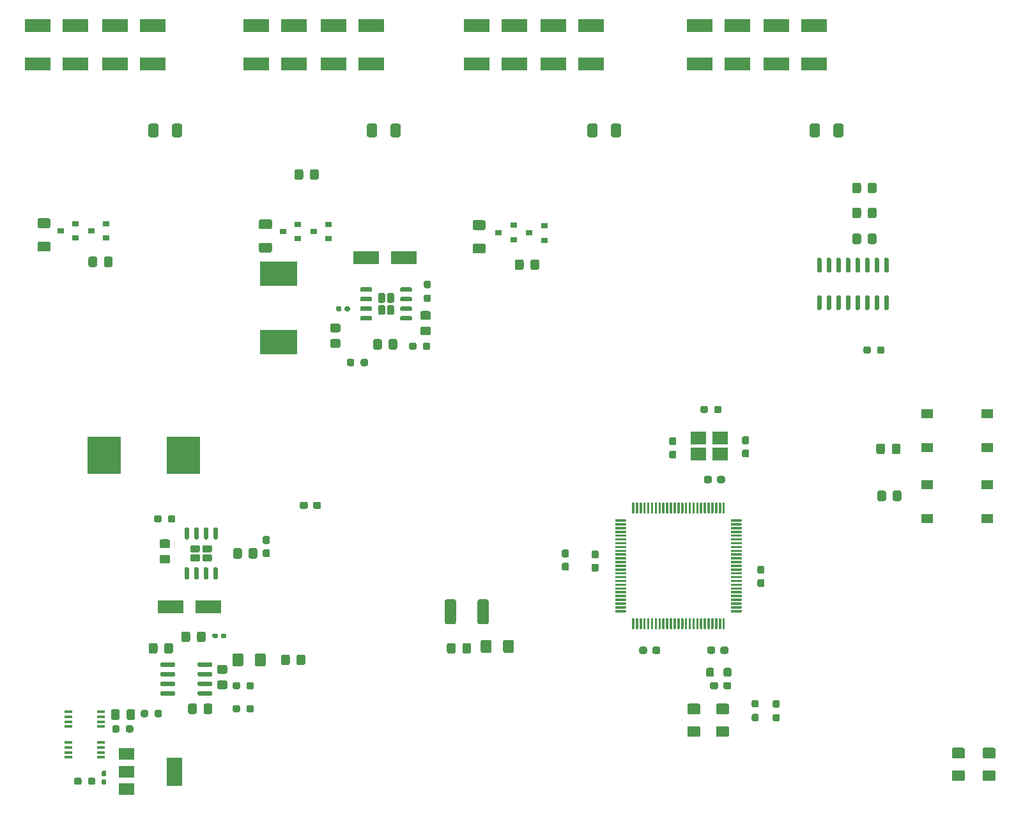
<source format=gtp>
%TF.GenerationSoftware,KiCad,Pcbnew,(5.1.10)-1*%
%TF.CreationDate,2021-11-24T08:50:27+08:00*%
%TF.ProjectId,grbl_board,6772626c-5f62-46f6-9172-642e6b696361,rev?*%
%TF.SameCoordinates,Original*%
%TF.FileFunction,Paste,Top*%
%TF.FilePolarity,Positive*%
%FSLAX46Y46*%
G04 Gerber Fmt 4.6, Leading zero omitted, Abs format (unit mm)*
G04 Created by KiCad (PCBNEW (5.1.10)-1) date 2021-11-24 08:50:27*
%MOMM*%
%LPD*%
G01*
G04 APERTURE LIST*
%ADD10R,1.100000X0.400000*%
%ADD11R,2.100000X1.725000*%
%ADD12R,1.550000X1.300000*%
%ADD13R,0.900000X0.800000*%
%ADD14R,2.000000X1.500000*%
%ADD15R,2.000000X3.800000*%
%ADD16R,4.950000X3.175000*%
%ADD17R,4.500000X5.000000*%
%ADD18R,3.500000X1.800000*%
G04 APERTURE END LIST*
%TO.C,R59*%
G36*
G01*
X191002500Y-67113999D02*
X191002500Y-68014001D01*
G75*
G02*
X190752501Y-68264000I-249999J0D01*
G01*
X190102499Y-68264000D01*
G75*
G02*
X189852500Y-68014001I0J249999D01*
G01*
X189852500Y-67113999D01*
G75*
G02*
X190102499Y-66864000I249999J0D01*
G01*
X190752501Y-66864000D01*
G75*
G02*
X191002500Y-67113999I0J-249999D01*
G01*
G37*
G36*
G01*
X193052500Y-67113999D02*
X193052500Y-68014001D01*
G75*
G02*
X192802501Y-68264000I-249999J0D01*
G01*
X192152499Y-68264000D01*
G75*
G02*
X191902500Y-68014001I0J249999D01*
G01*
X191902500Y-67113999D01*
G75*
G02*
X192152499Y-66864000I249999J0D01*
G01*
X192802501Y-66864000D01*
G75*
G02*
X193052500Y-67113999I0J-249999D01*
G01*
G37*
%TD*%
%TO.C,C50*%
G36*
G01*
X185536000Y-59293998D02*
X185536000Y-60594002D01*
G75*
G02*
X185286002Y-60844000I-249998J0D01*
G01*
X184460998Y-60844000D01*
G75*
G02*
X184211000Y-60594002I0J249998D01*
G01*
X184211000Y-59293998D01*
G75*
G02*
X184460998Y-59044000I249998J0D01*
G01*
X185286002Y-59044000D01*
G75*
G02*
X185536000Y-59293998I0J-249998D01*
G01*
G37*
G36*
G01*
X188661000Y-59293998D02*
X188661000Y-60594002D01*
G75*
G02*
X188411002Y-60844000I-249998J0D01*
G01*
X187585998Y-60844000D01*
G75*
G02*
X187336000Y-60594002I0J249998D01*
G01*
X187336000Y-59293998D01*
G75*
G02*
X187585998Y-59044000I249998J0D01*
G01*
X188411002Y-59044000D01*
G75*
G02*
X188661000Y-59293998I0J-249998D01*
G01*
G37*
%TD*%
%TO.C,C49*%
G36*
G01*
X156072000Y-59293998D02*
X156072000Y-60594002D01*
G75*
G02*
X155822002Y-60844000I-249998J0D01*
G01*
X154996998Y-60844000D01*
G75*
G02*
X154747000Y-60594002I0J249998D01*
G01*
X154747000Y-59293998D01*
G75*
G02*
X154996998Y-59044000I249998J0D01*
G01*
X155822002Y-59044000D01*
G75*
G02*
X156072000Y-59293998I0J-249998D01*
G01*
G37*
G36*
G01*
X159197000Y-59293998D02*
X159197000Y-60594002D01*
G75*
G02*
X158947002Y-60844000I-249998J0D01*
G01*
X158121998Y-60844000D01*
G75*
G02*
X157872000Y-60594002I0J249998D01*
G01*
X157872000Y-59293998D01*
G75*
G02*
X158121998Y-59044000I249998J0D01*
G01*
X158947002Y-59044000D01*
G75*
G02*
X159197000Y-59293998I0J-249998D01*
G01*
G37*
%TD*%
%TO.C,C48*%
G36*
G01*
X126862000Y-59293998D02*
X126862000Y-60594002D01*
G75*
G02*
X126612002Y-60844000I-249998J0D01*
G01*
X125786998Y-60844000D01*
G75*
G02*
X125537000Y-60594002I0J249998D01*
G01*
X125537000Y-59293998D01*
G75*
G02*
X125786998Y-59044000I249998J0D01*
G01*
X126612002Y-59044000D01*
G75*
G02*
X126862000Y-59293998I0J-249998D01*
G01*
G37*
G36*
G01*
X129987000Y-59293998D02*
X129987000Y-60594002D01*
G75*
G02*
X129737002Y-60844000I-249998J0D01*
G01*
X128911998Y-60844000D01*
G75*
G02*
X128662000Y-60594002I0J249998D01*
G01*
X128662000Y-59293998D01*
G75*
G02*
X128911998Y-59044000I249998J0D01*
G01*
X129737002Y-59044000D01*
G75*
G02*
X129987000Y-59293998I0J-249998D01*
G01*
G37*
%TD*%
%TO.C,C47*%
G36*
G01*
X97906000Y-59293998D02*
X97906000Y-60594002D01*
G75*
G02*
X97656002Y-60844000I-249998J0D01*
G01*
X96830998Y-60844000D01*
G75*
G02*
X96581000Y-60594002I0J249998D01*
G01*
X96581000Y-59293998D01*
G75*
G02*
X96830998Y-59044000I249998J0D01*
G01*
X97656002Y-59044000D01*
G75*
G02*
X97906000Y-59293998I0J-249998D01*
G01*
G37*
G36*
G01*
X101031000Y-59293998D02*
X101031000Y-60594002D01*
G75*
G02*
X100781002Y-60844000I-249998J0D01*
G01*
X99955998Y-60844000D01*
G75*
G02*
X99706000Y-60594002I0J249998D01*
G01*
X99706000Y-59293998D01*
G75*
G02*
X99955998Y-59044000I249998J0D01*
G01*
X100781002Y-59044000D01*
G75*
G02*
X101031000Y-59293998I0J-249998D01*
G01*
G37*
%TD*%
%TO.C,U22*%
G36*
G01*
X103100000Y-130833000D02*
X103100000Y-130533000D01*
G75*
G02*
X103250000Y-130383000I150000J0D01*
G01*
X104900000Y-130383000D01*
G75*
G02*
X105050000Y-130533000I0J-150000D01*
G01*
X105050000Y-130833000D01*
G75*
G02*
X104900000Y-130983000I-150000J0D01*
G01*
X103250000Y-130983000D01*
G75*
G02*
X103100000Y-130833000I0J150000D01*
G01*
G37*
G36*
G01*
X103100000Y-132103000D02*
X103100000Y-131803000D01*
G75*
G02*
X103250000Y-131653000I150000J0D01*
G01*
X104900000Y-131653000D01*
G75*
G02*
X105050000Y-131803000I0J-150000D01*
G01*
X105050000Y-132103000D01*
G75*
G02*
X104900000Y-132253000I-150000J0D01*
G01*
X103250000Y-132253000D01*
G75*
G02*
X103100000Y-132103000I0J150000D01*
G01*
G37*
G36*
G01*
X103100000Y-133373000D02*
X103100000Y-133073000D01*
G75*
G02*
X103250000Y-132923000I150000J0D01*
G01*
X104900000Y-132923000D01*
G75*
G02*
X105050000Y-133073000I0J-150000D01*
G01*
X105050000Y-133373000D01*
G75*
G02*
X104900000Y-133523000I-150000J0D01*
G01*
X103250000Y-133523000D01*
G75*
G02*
X103100000Y-133373000I0J150000D01*
G01*
G37*
G36*
G01*
X103100000Y-134643000D02*
X103100000Y-134343000D01*
G75*
G02*
X103250000Y-134193000I150000J0D01*
G01*
X104900000Y-134193000D01*
G75*
G02*
X105050000Y-134343000I0J-150000D01*
G01*
X105050000Y-134643000D01*
G75*
G02*
X104900000Y-134793000I-150000J0D01*
G01*
X103250000Y-134793000D01*
G75*
G02*
X103100000Y-134643000I0J150000D01*
G01*
G37*
G36*
G01*
X98150000Y-134643000D02*
X98150000Y-134343000D01*
G75*
G02*
X98300000Y-134193000I150000J0D01*
G01*
X99950000Y-134193000D01*
G75*
G02*
X100100000Y-134343000I0J-150000D01*
G01*
X100100000Y-134643000D01*
G75*
G02*
X99950000Y-134793000I-150000J0D01*
G01*
X98300000Y-134793000D01*
G75*
G02*
X98150000Y-134643000I0J150000D01*
G01*
G37*
G36*
G01*
X98150000Y-133373000D02*
X98150000Y-133073000D01*
G75*
G02*
X98300000Y-132923000I150000J0D01*
G01*
X99950000Y-132923000D01*
G75*
G02*
X100100000Y-133073000I0J-150000D01*
G01*
X100100000Y-133373000D01*
G75*
G02*
X99950000Y-133523000I-150000J0D01*
G01*
X98300000Y-133523000D01*
G75*
G02*
X98150000Y-133373000I0J150000D01*
G01*
G37*
G36*
G01*
X98150000Y-132103000D02*
X98150000Y-131803000D01*
G75*
G02*
X98300000Y-131653000I150000J0D01*
G01*
X99950000Y-131653000D01*
G75*
G02*
X100100000Y-131803000I0J-150000D01*
G01*
X100100000Y-132103000D01*
G75*
G02*
X99950000Y-132253000I-150000J0D01*
G01*
X98300000Y-132253000D01*
G75*
G02*
X98150000Y-132103000I0J150000D01*
G01*
G37*
G36*
G01*
X98150000Y-130833000D02*
X98150000Y-130533000D01*
G75*
G02*
X98300000Y-130383000I150000J0D01*
G01*
X99950000Y-130383000D01*
G75*
G02*
X100100000Y-130533000I0J-150000D01*
G01*
X100100000Y-130833000D01*
G75*
G02*
X99950000Y-130983000I-150000J0D01*
G01*
X98300000Y-130983000D01*
G75*
G02*
X98150000Y-130833000I0J150000D01*
G01*
G37*
%TD*%
D10*
%TO.C,RN1*%
X85988000Y-138897000D03*
X85988000Y-138247000D03*
X85988000Y-137597000D03*
X85988000Y-136947000D03*
X90288000Y-136947000D03*
X90288000Y-137597000D03*
X90288000Y-138247000D03*
X90288000Y-138897000D03*
%TD*%
D11*
%TO.C,Y1*%
X169428500Y-100639500D03*
X172328500Y-100639500D03*
X172328500Y-102814500D03*
X169428500Y-102814500D03*
%TD*%
%TO.C,U30*%
G36*
G01*
X185633500Y-78764000D02*
X185333500Y-78764000D01*
G75*
G02*
X185183500Y-78614000I0J150000D01*
G01*
X185183500Y-76964000D01*
G75*
G02*
X185333500Y-76814000I150000J0D01*
G01*
X185633500Y-76814000D01*
G75*
G02*
X185783500Y-76964000I0J-150000D01*
G01*
X185783500Y-78614000D01*
G75*
G02*
X185633500Y-78764000I-150000J0D01*
G01*
G37*
G36*
G01*
X186903500Y-78764000D02*
X186603500Y-78764000D01*
G75*
G02*
X186453500Y-78614000I0J150000D01*
G01*
X186453500Y-76964000D01*
G75*
G02*
X186603500Y-76814000I150000J0D01*
G01*
X186903500Y-76814000D01*
G75*
G02*
X187053500Y-76964000I0J-150000D01*
G01*
X187053500Y-78614000D01*
G75*
G02*
X186903500Y-78764000I-150000J0D01*
G01*
G37*
G36*
G01*
X188173500Y-78764000D02*
X187873500Y-78764000D01*
G75*
G02*
X187723500Y-78614000I0J150000D01*
G01*
X187723500Y-76964000D01*
G75*
G02*
X187873500Y-76814000I150000J0D01*
G01*
X188173500Y-76814000D01*
G75*
G02*
X188323500Y-76964000I0J-150000D01*
G01*
X188323500Y-78614000D01*
G75*
G02*
X188173500Y-78764000I-150000J0D01*
G01*
G37*
G36*
G01*
X189443500Y-78764000D02*
X189143500Y-78764000D01*
G75*
G02*
X188993500Y-78614000I0J150000D01*
G01*
X188993500Y-76964000D01*
G75*
G02*
X189143500Y-76814000I150000J0D01*
G01*
X189443500Y-76814000D01*
G75*
G02*
X189593500Y-76964000I0J-150000D01*
G01*
X189593500Y-78614000D01*
G75*
G02*
X189443500Y-78764000I-150000J0D01*
G01*
G37*
G36*
G01*
X190713500Y-78764000D02*
X190413500Y-78764000D01*
G75*
G02*
X190263500Y-78614000I0J150000D01*
G01*
X190263500Y-76964000D01*
G75*
G02*
X190413500Y-76814000I150000J0D01*
G01*
X190713500Y-76814000D01*
G75*
G02*
X190863500Y-76964000I0J-150000D01*
G01*
X190863500Y-78614000D01*
G75*
G02*
X190713500Y-78764000I-150000J0D01*
G01*
G37*
G36*
G01*
X191983500Y-78764000D02*
X191683500Y-78764000D01*
G75*
G02*
X191533500Y-78614000I0J150000D01*
G01*
X191533500Y-76964000D01*
G75*
G02*
X191683500Y-76814000I150000J0D01*
G01*
X191983500Y-76814000D01*
G75*
G02*
X192133500Y-76964000I0J-150000D01*
G01*
X192133500Y-78614000D01*
G75*
G02*
X191983500Y-78764000I-150000J0D01*
G01*
G37*
G36*
G01*
X193253500Y-78764000D02*
X192953500Y-78764000D01*
G75*
G02*
X192803500Y-78614000I0J150000D01*
G01*
X192803500Y-76964000D01*
G75*
G02*
X192953500Y-76814000I150000J0D01*
G01*
X193253500Y-76814000D01*
G75*
G02*
X193403500Y-76964000I0J-150000D01*
G01*
X193403500Y-78614000D01*
G75*
G02*
X193253500Y-78764000I-150000J0D01*
G01*
G37*
G36*
G01*
X194523500Y-78764000D02*
X194223500Y-78764000D01*
G75*
G02*
X194073500Y-78614000I0J150000D01*
G01*
X194073500Y-76964000D01*
G75*
G02*
X194223500Y-76814000I150000J0D01*
G01*
X194523500Y-76814000D01*
G75*
G02*
X194673500Y-76964000I0J-150000D01*
G01*
X194673500Y-78614000D01*
G75*
G02*
X194523500Y-78764000I-150000J0D01*
G01*
G37*
G36*
G01*
X194523500Y-83714000D02*
X194223500Y-83714000D01*
G75*
G02*
X194073500Y-83564000I0J150000D01*
G01*
X194073500Y-81914000D01*
G75*
G02*
X194223500Y-81764000I150000J0D01*
G01*
X194523500Y-81764000D01*
G75*
G02*
X194673500Y-81914000I0J-150000D01*
G01*
X194673500Y-83564000D01*
G75*
G02*
X194523500Y-83714000I-150000J0D01*
G01*
G37*
G36*
G01*
X193253500Y-83714000D02*
X192953500Y-83714000D01*
G75*
G02*
X192803500Y-83564000I0J150000D01*
G01*
X192803500Y-81914000D01*
G75*
G02*
X192953500Y-81764000I150000J0D01*
G01*
X193253500Y-81764000D01*
G75*
G02*
X193403500Y-81914000I0J-150000D01*
G01*
X193403500Y-83564000D01*
G75*
G02*
X193253500Y-83714000I-150000J0D01*
G01*
G37*
G36*
G01*
X191983500Y-83714000D02*
X191683500Y-83714000D01*
G75*
G02*
X191533500Y-83564000I0J150000D01*
G01*
X191533500Y-81914000D01*
G75*
G02*
X191683500Y-81764000I150000J0D01*
G01*
X191983500Y-81764000D01*
G75*
G02*
X192133500Y-81914000I0J-150000D01*
G01*
X192133500Y-83564000D01*
G75*
G02*
X191983500Y-83714000I-150000J0D01*
G01*
G37*
G36*
G01*
X190713500Y-83714000D02*
X190413500Y-83714000D01*
G75*
G02*
X190263500Y-83564000I0J150000D01*
G01*
X190263500Y-81914000D01*
G75*
G02*
X190413500Y-81764000I150000J0D01*
G01*
X190713500Y-81764000D01*
G75*
G02*
X190863500Y-81914000I0J-150000D01*
G01*
X190863500Y-83564000D01*
G75*
G02*
X190713500Y-83714000I-150000J0D01*
G01*
G37*
G36*
G01*
X189443500Y-83714000D02*
X189143500Y-83714000D01*
G75*
G02*
X188993500Y-83564000I0J150000D01*
G01*
X188993500Y-81914000D01*
G75*
G02*
X189143500Y-81764000I150000J0D01*
G01*
X189443500Y-81764000D01*
G75*
G02*
X189593500Y-81914000I0J-150000D01*
G01*
X189593500Y-83564000D01*
G75*
G02*
X189443500Y-83714000I-150000J0D01*
G01*
G37*
G36*
G01*
X188173500Y-83714000D02*
X187873500Y-83714000D01*
G75*
G02*
X187723500Y-83564000I0J150000D01*
G01*
X187723500Y-81914000D01*
G75*
G02*
X187873500Y-81764000I150000J0D01*
G01*
X188173500Y-81764000D01*
G75*
G02*
X188323500Y-81914000I0J-150000D01*
G01*
X188323500Y-83564000D01*
G75*
G02*
X188173500Y-83714000I-150000J0D01*
G01*
G37*
G36*
G01*
X186903500Y-83714000D02*
X186603500Y-83714000D01*
G75*
G02*
X186453500Y-83564000I0J150000D01*
G01*
X186453500Y-81914000D01*
G75*
G02*
X186603500Y-81764000I150000J0D01*
G01*
X186903500Y-81764000D01*
G75*
G02*
X187053500Y-81914000I0J-150000D01*
G01*
X187053500Y-83564000D01*
G75*
G02*
X186903500Y-83714000I-150000J0D01*
G01*
G37*
G36*
G01*
X185633500Y-83714000D02*
X185333500Y-83714000D01*
G75*
G02*
X185183500Y-83564000I0J150000D01*
G01*
X185183500Y-81914000D01*
G75*
G02*
X185333500Y-81764000I150000J0D01*
G01*
X185633500Y-81764000D01*
G75*
G02*
X185783500Y-81914000I0J-150000D01*
G01*
X185783500Y-83564000D01*
G75*
G02*
X185633500Y-83714000I-150000J0D01*
G01*
G37*
%TD*%
D10*
%TO.C,U23*%
X90288000Y-141011000D03*
X90288000Y-141661000D03*
X90288000Y-142311000D03*
X90288000Y-142961000D03*
X85988000Y-142961000D03*
X85988000Y-142311000D03*
X85988000Y-141661000D03*
X85988000Y-141011000D03*
%TD*%
%TO.C,U21*%
G36*
G01*
X104771000Y-115836000D02*
X103966000Y-115836000D01*
G75*
G02*
X103723500Y-115593500I0J242500D01*
G01*
X103723500Y-115108500D01*
G75*
G02*
X103966000Y-114866000I242500J0D01*
G01*
X104771000Y-114866000D01*
G75*
G02*
X105013500Y-115108500I0J-242500D01*
G01*
X105013500Y-115593500D01*
G75*
G02*
X104771000Y-115836000I-242500J0D01*
G01*
G37*
G36*
G01*
X103171000Y-115836000D02*
X102366000Y-115836000D01*
G75*
G02*
X102123500Y-115593500I0J242500D01*
G01*
X102123500Y-115108500D01*
G75*
G02*
X102366000Y-114866000I242500J0D01*
G01*
X103171000Y-114866000D01*
G75*
G02*
X103413500Y-115108500I0J-242500D01*
G01*
X103413500Y-115593500D01*
G75*
G02*
X103171000Y-115836000I-242500J0D01*
G01*
G37*
G36*
G01*
X104771000Y-117036000D02*
X103966000Y-117036000D01*
G75*
G02*
X103723500Y-116793500I0J242500D01*
G01*
X103723500Y-116308500D01*
G75*
G02*
X103966000Y-116066000I242500J0D01*
G01*
X104771000Y-116066000D01*
G75*
G02*
X105013500Y-116308500I0J-242500D01*
G01*
X105013500Y-116793500D01*
G75*
G02*
X104771000Y-117036000I-242500J0D01*
G01*
G37*
G36*
G01*
X103171000Y-117036000D02*
X102366000Y-117036000D01*
G75*
G02*
X102123500Y-116793500I0J242500D01*
G01*
X102123500Y-116308500D01*
G75*
G02*
X102366000Y-116066000I242500J0D01*
G01*
X103171000Y-116066000D01*
G75*
G02*
X103413500Y-116308500I0J-242500D01*
G01*
X103413500Y-116793500D01*
G75*
G02*
X103171000Y-117036000I-242500J0D01*
G01*
G37*
G36*
G01*
X101813500Y-114101000D02*
X101513500Y-114101000D01*
G75*
G02*
X101363500Y-113951000I0J150000D01*
G01*
X101363500Y-112651000D01*
G75*
G02*
X101513500Y-112501000I150000J0D01*
G01*
X101813500Y-112501000D01*
G75*
G02*
X101963500Y-112651000I0J-150000D01*
G01*
X101963500Y-113951000D01*
G75*
G02*
X101813500Y-114101000I-150000J0D01*
G01*
G37*
G36*
G01*
X103083500Y-114101000D02*
X102783500Y-114101000D01*
G75*
G02*
X102633500Y-113951000I0J150000D01*
G01*
X102633500Y-112651000D01*
G75*
G02*
X102783500Y-112501000I150000J0D01*
G01*
X103083500Y-112501000D01*
G75*
G02*
X103233500Y-112651000I0J-150000D01*
G01*
X103233500Y-113951000D01*
G75*
G02*
X103083500Y-114101000I-150000J0D01*
G01*
G37*
G36*
G01*
X104353500Y-114101000D02*
X104053500Y-114101000D01*
G75*
G02*
X103903500Y-113951000I0J150000D01*
G01*
X103903500Y-112651000D01*
G75*
G02*
X104053500Y-112501000I150000J0D01*
G01*
X104353500Y-112501000D01*
G75*
G02*
X104503500Y-112651000I0J-150000D01*
G01*
X104503500Y-113951000D01*
G75*
G02*
X104353500Y-114101000I-150000J0D01*
G01*
G37*
G36*
G01*
X105623500Y-114101000D02*
X105323500Y-114101000D01*
G75*
G02*
X105173500Y-113951000I0J150000D01*
G01*
X105173500Y-112651000D01*
G75*
G02*
X105323500Y-112501000I150000J0D01*
G01*
X105623500Y-112501000D01*
G75*
G02*
X105773500Y-112651000I0J-150000D01*
G01*
X105773500Y-113951000D01*
G75*
G02*
X105623500Y-114101000I-150000J0D01*
G01*
G37*
G36*
G01*
X105623500Y-119401000D02*
X105323500Y-119401000D01*
G75*
G02*
X105173500Y-119251000I0J150000D01*
G01*
X105173500Y-117951000D01*
G75*
G02*
X105323500Y-117801000I150000J0D01*
G01*
X105623500Y-117801000D01*
G75*
G02*
X105773500Y-117951000I0J-150000D01*
G01*
X105773500Y-119251000D01*
G75*
G02*
X105623500Y-119401000I-150000J0D01*
G01*
G37*
G36*
G01*
X104353500Y-119401000D02*
X104053500Y-119401000D01*
G75*
G02*
X103903500Y-119251000I0J150000D01*
G01*
X103903500Y-117951000D01*
G75*
G02*
X104053500Y-117801000I150000J0D01*
G01*
X104353500Y-117801000D01*
G75*
G02*
X104503500Y-117951000I0J-150000D01*
G01*
X104503500Y-119251000D01*
G75*
G02*
X104353500Y-119401000I-150000J0D01*
G01*
G37*
G36*
G01*
X103083500Y-119401000D02*
X102783500Y-119401000D01*
G75*
G02*
X102633500Y-119251000I0J150000D01*
G01*
X102633500Y-117951000D01*
G75*
G02*
X102783500Y-117801000I150000J0D01*
G01*
X103083500Y-117801000D01*
G75*
G02*
X103233500Y-117951000I0J-150000D01*
G01*
X103233500Y-119251000D01*
G75*
G02*
X103083500Y-119401000I-150000J0D01*
G01*
G37*
G36*
G01*
X101813500Y-119401000D02*
X101513500Y-119401000D01*
G75*
G02*
X101363500Y-119251000I0J150000D01*
G01*
X101363500Y-117951000D01*
G75*
G02*
X101513500Y-117801000I150000J0D01*
G01*
X101813500Y-117801000D01*
G75*
G02*
X101963500Y-117951000I0J-150000D01*
G01*
X101963500Y-119251000D01*
G75*
G02*
X101813500Y-119401000I-150000J0D01*
G01*
G37*
%TD*%
%TO.C,U4*%
G36*
G01*
X128194500Y-84133500D02*
X128194500Y-83328500D01*
G75*
G02*
X128437000Y-83086000I242500J0D01*
G01*
X128922000Y-83086000D01*
G75*
G02*
X129164500Y-83328500I0J-242500D01*
G01*
X129164500Y-84133500D01*
G75*
G02*
X128922000Y-84376000I-242500J0D01*
G01*
X128437000Y-84376000D01*
G75*
G02*
X128194500Y-84133500I0J242500D01*
G01*
G37*
G36*
G01*
X128194500Y-82533500D02*
X128194500Y-81728500D01*
G75*
G02*
X128437000Y-81486000I242500J0D01*
G01*
X128922000Y-81486000D01*
G75*
G02*
X129164500Y-81728500I0J-242500D01*
G01*
X129164500Y-82533500D01*
G75*
G02*
X128922000Y-82776000I-242500J0D01*
G01*
X128437000Y-82776000D01*
G75*
G02*
X128194500Y-82533500I0J242500D01*
G01*
G37*
G36*
G01*
X126994500Y-84133500D02*
X126994500Y-83328500D01*
G75*
G02*
X127237000Y-83086000I242500J0D01*
G01*
X127722000Y-83086000D01*
G75*
G02*
X127964500Y-83328500I0J-242500D01*
G01*
X127964500Y-84133500D01*
G75*
G02*
X127722000Y-84376000I-242500J0D01*
G01*
X127237000Y-84376000D01*
G75*
G02*
X126994500Y-84133500I0J242500D01*
G01*
G37*
G36*
G01*
X126994500Y-82533500D02*
X126994500Y-81728500D01*
G75*
G02*
X127237000Y-81486000I242500J0D01*
G01*
X127722000Y-81486000D01*
G75*
G02*
X127964500Y-81728500I0J-242500D01*
G01*
X127964500Y-82533500D01*
G75*
G02*
X127722000Y-82776000I-242500J0D01*
G01*
X127237000Y-82776000D01*
G75*
G02*
X126994500Y-82533500I0J242500D01*
G01*
G37*
G36*
G01*
X129929500Y-81176000D02*
X129929500Y-80876000D01*
G75*
G02*
X130079500Y-80726000I150000J0D01*
G01*
X131379500Y-80726000D01*
G75*
G02*
X131529500Y-80876000I0J-150000D01*
G01*
X131529500Y-81176000D01*
G75*
G02*
X131379500Y-81326000I-150000J0D01*
G01*
X130079500Y-81326000D01*
G75*
G02*
X129929500Y-81176000I0J150000D01*
G01*
G37*
G36*
G01*
X129929500Y-82446000D02*
X129929500Y-82146000D01*
G75*
G02*
X130079500Y-81996000I150000J0D01*
G01*
X131379500Y-81996000D01*
G75*
G02*
X131529500Y-82146000I0J-150000D01*
G01*
X131529500Y-82446000D01*
G75*
G02*
X131379500Y-82596000I-150000J0D01*
G01*
X130079500Y-82596000D01*
G75*
G02*
X129929500Y-82446000I0J150000D01*
G01*
G37*
G36*
G01*
X129929500Y-83716000D02*
X129929500Y-83416000D01*
G75*
G02*
X130079500Y-83266000I150000J0D01*
G01*
X131379500Y-83266000D01*
G75*
G02*
X131529500Y-83416000I0J-150000D01*
G01*
X131529500Y-83716000D01*
G75*
G02*
X131379500Y-83866000I-150000J0D01*
G01*
X130079500Y-83866000D01*
G75*
G02*
X129929500Y-83716000I0J150000D01*
G01*
G37*
G36*
G01*
X129929500Y-84986000D02*
X129929500Y-84686000D01*
G75*
G02*
X130079500Y-84536000I150000J0D01*
G01*
X131379500Y-84536000D01*
G75*
G02*
X131529500Y-84686000I0J-150000D01*
G01*
X131529500Y-84986000D01*
G75*
G02*
X131379500Y-85136000I-150000J0D01*
G01*
X130079500Y-85136000D01*
G75*
G02*
X129929500Y-84986000I0J150000D01*
G01*
G37*
G36*
G01*
X124629500Y-84986000D02*
X124629500Y-84686000D01*
G75*
G02*
X124779500Y-84536000I150000J0D01*
G01*
X126079500Y-84536000D01*
G75*
G02*
X126229500Y-84686000I0J-150000D01*
G01*
X126229500Y-84986000D01*
G75*
G02*
X126079500Y-85136000I-150000J0D01*
G01*
X124779500Y-85136000D01*
G75*
G02*
X124629500Y-84986000I0J150000D01*
G01*
G37*
G36*
G01*
X124629500Y-83716000D02*
X124629500Y-83416000D01*
G75*
G02*
X124779500Y-83266000I150000J0D01*
G01*
X126079500Y-83266000D01*
G75*
G02*
X126229500Y-83416000I0J-150000D01*
G01*
X126229500Y-83716000D01*
G75*
G02*
X126079500Y-83866000I-150000J0D01*
G01*
X124779500Y-83866000D01*
G75*
G02*
X124629500Y-83716000I0J150000D01*
G01*
G37*
G36*
G01*
X124629500Y-82446000D02*
X124629500Y-82146000D01*
G75*
G02*
X124779500Y-81996000I150000J0D01*
G01*
X126079500Y-81996000D01*
G75*
G02*
X126229500Y-82146000I0J-150000D01*
G01*
X126229500Y-82446000D01*
G75*
G02*
X126079500Y-82596000I-150000J0D01*
G01*
X124779500Y-82596000D01*
G75*
G02*
X124629500Y-82446000I0J150000D01*
G01*
G37*
G36*
G01*
X124629500Y-81176000D02*
X124629500Y-80876000D01*
G75*
G02*
X124779500Y-80726000I150000J0D01*
G01*
X126079500Y-80726000D01*
G75*
G02*
X126229500Y-80876000I0J-150000D01*
G01*
X126229500Y-81176000D01*
G75*
G02*
X126079500Y-81326000I-150000J0D01*
G01*
X124779500Y-81326000D01*
G75*
G02*
X124629500Y-81176000I0J150000D01*
G01*
G37*
%TD*%
%TO.C,U2*%
G36*
G01*
X172964500Y-124602000D02*
X172964500Y-125927000D01*
G75*
G02*
X172889500Y-126002000I-75000J0D01*
G01*
X172739500Y-126002000D01*
G75*
G02*
X172664500Y-125927000I0J75000D01*
G01*
X172664500Y-124602000D01*
G75*
G02*
X172739500Y-124527000I75000J0D01*
G01*
X172889500Y-124527000D01*
G75*
G02*
X172964500Y-124602000I0J-75000D01*
G01*
G37*
G36*
G01*
X172464500Y-124602000D02*
X172464500Y-125927000D01*
G75*
G02*
X172389500Y-126002000I-75000J0D01*
G01*
X172239500Y-126002000D01*
G75*
G02*
X172164500Y-125927000I0J75000D01*
G01*
X172164500Y-124602000D01*
G75*
G02*
X172239500Y-124527000I75000J0D01*
G01*
X172389500Y-124527000D01*
G75*
G02*
X172464500Y-124602000I0J-75000D01*
G01*
G37*
G36*
G01*
X171964500Y-124602000D02*
X171964500Y-125927000D01*
G75*
G02*
X171889500Y-126002000I-75000J0D01*
G01*
X171739500Y-126002000D01*
G75*
G02*
X171664500Y-125927000I0J75000D01*
G01*
X171664500Y-124602000D01*
G75*
G02*
X171739500Y-124527000I75000J0D01*
G01*
X171889500Y-124527000D01*
G75*
G02*
X171964500Y-124602000I0J-75000D01*
G01*
G37*
G36*
G01*
X171464500Y-124602000D02*
X171464500Y-125927000D01*
G75*
G02*
X171389500Y-126002000I-75000J0D01*
G01*
X171239500Y-126002000D01*
G75*
G02*
X171164500Y-125927000I0J75000D01*
G01*
X171164500Y-124602000D01*
G75*
G02*
X171239500Y-124527000I75000J0D01*
G01*
X171389500Y-124527000D01*
G75*
G02*
X171464500Y-124602000I0J-75000D01*
G01*
G37*
G36*
G01*
X170964500Y-124602000D02*
X170964500Y-125927000D01*
G75*
G02*
X170889500Y-126002000I-75000J0D01*
G01*
X170739500Y-126002000D01*
G75*
G02*
X170664500Y-125927000I0J75000D01*
G01*
X170664500Y-124602000D01*
G75*
G02*
X170739500Y-124527000I75000J0D01*
G01*
X170889500Y-124527000D01*
G75*
G02*
X170964500Y-124602000I0J-75000D01*
G01*
G37*
G36*
G01*
X170464500Y-124602000D02*
X170464500Y-125927000D01*
G75*
G02*
X170389500Y-126002000I-75000J0D01*
G01*
X170239500Y-126002000D01*
G75*
G02*
X170164500Y-125927000I0J75000D01*
G01*
X170164500Y-124602000D01*
G75*
G02*
X170239500Y-124527000I75000J0D01*
G01*
X170389500Y-124527000D01*
G75*
G02*
X170464500Y-124602000I0J-75000D01*
G01*
G37*
G36*
G01*
X169964500Y-124602000D02*
X169964500Y-125927000D01*
G75*
G02*
X169889500Y-126002000I-75000J0D01*
G01*
X169739500Y-126002000D01*
G75*
G02*
X169664500Y-125927000I0J75000D01*
G01*
X169664500Y-124602000D01*
G75*
G02*
X169739500Y-124527000I75000J0D01*
G01*
X169889500Y-124527000D01*
G75*
G02*
X169964500Y-124602000I0J-75000D01*
G01*
G37*
G36*
G01*
X169464500Y-124602000D02*
X169464500Y-125927000D01*
G75*
G02*
X169389500Y-126002000I-75000J0D01*
G01*
X169239500Y-126002000D01*
G75*
G02*
X169164500Y-125927000I0J75000D01*
G01*
X169164500Y-124602000D01*
G75*
G02*
X169239500Y-124527000I75000J0D01*
G01*
X169389500Y-124527000D01*
G75*
G02*
X169464500Y-124602000I0J-75000D01*
G01*
G37*
G36*
G01*
X168964500Y-124602000D02*
X168964500Y-125927000D01*
G75*
G02*
X168889500Y-126002000I-75000J0D01*
G01*
X168739500Y-126002000D01*
G75*
G02*
X168664500Y-125927000I0J75000D01*
G01*
X168664500Y-124602000D01*
G75*
G02*
X168739500Y-124527000I75000J0D01*
G01*
X168889500Y-124527000D01*
G75*
G02*
X168964500Y-124602000I0J-75000D01*
G01*
G37*
G36*
G01*
X168464500Y-124602000D02*
X168464500Y-125927000D01*
G75*
G02*
X168389500Y-126002000I-75000J0D01*
G01*
X168239500Y-126002000D01*
G75*
G02*
X168164500Y-125927000I0J75000D01*
G01*
X168164500Y-124602000D01*
G75*
G02*
X168239500Y-124527000I75000J0D01*
G01*
X168389500Y-124527000D01*
G75*
G02*
X168464500Y-124602000I0J-75000D01*
G01*
G37*
G36*
G01*
X167964500Y-124602000D02*
X167964500Y-125927000D01*
G75*
G02*
X167889500Y-126002000I-75000J0D01*
G01*
X167739500Y-126002000D01*
G75*
G02*
X167664500Y-125927000I0J75000D01*
G01*
X167664500Y-124602000D01*
G75*
G02*
X167739500Y-124527000I75000J0D01*
G01*
X167889500Y-124527000D01*
G75*
G02*
X167964500Y-124602000I0J-75000D01*
G01*
G37*
G36*
G01*
X167464500Y-124602000D02*
X167464500Y-125927000D01*
G75*
G02*
X167389500Y-126002000I-75000J0D01*
G01*
X167239500Y-126002000D01*
G75*
G02*
X167164500Y-125927000I0J75000D01*
G01*
X167164500Y-124602000D01*
G75*
G02*
X167239500Y-124527000I75000J0D01*
G01*
X167389500Y-124527000D01*
G75*
G02*
X167464500Y-124602000I0J-75000D01*
G01*
G37*
G36*
G01*
X166964500Y-124602000D02*
X166964500Y-125927000D01*
G75*
G02*
X166889500Y-126002000I-75000J0D01*
G01*
X166739500Y-126002000D01*
G75*
G02*
X166664500Y-125927000I0J75000D01*
G01*
X166664500Y-124602000D01*
G75*
G02*
X166739500Y-124527000I75000J0D01*
G01*
X166889500Y-124527000D01*
G75*
G02*
X166964500Y-124602000I0J-75000D01*
G01*
G37*
G36*
G01*
X166464500Y-124602000D02*
X166464500Y-125927000D01*
G75*
G02*
X166389500Y-126002000I-75000J0D01*
G01*
X166239500Y-126002000D01*
G75*
G02*
X166164500Y-125927000I0J75000D01*
G01*
X166164500Y-124602000D01*
G75*
G02*
X166239500Y-124527000I75000J0D01*
G01*
X166389500Y-124527000D01*
G75*
G02*
X166464500Y-124602000I0J-75000D01*
G01*
G37*
G36*
G01*
X165964500Y-124602000D02*
X165964500Y-125927000D01*
G75*
G02*
X165889500Y-126002000I-75000J0D01*
G01*
X165739500Y-126002000D01*
G75*
G02*
X165664500Y-125927000I0J75000D01*
G01*
X165664500Y-124602000D01*
G75*
G02*
X165739500Y-124527000I75000J0D01*
G01*
X165889500Y-124527000D01*
G75*
G02*
X165964500Y-124602000I0J-75000D01*
G01*
G37*
G36*
G01*
X165464500Y-124602000D02*
X165464500Y-125927000D01*
G75*
G02*
X165389500Y-126002000I-75000J0D01*
G01*
X165239500Y-126002000D01*
G75*
G02*
X165164500Y-125927000I0J75000D01*
G01*
X165164500Y-124602000D01*
G75*
G02*
X165239500Y-124527000I75000J0D01*
G01*
X165389500Y-124527000D01*
G75*
G02*
X165464500Y-124602000I0J-75000D01*
G01*
G37*
G36*
G01*
X164964500Y-124602000D02*
X164964500Y-125927000D01*
G75*
G02*
X164889500Y-126002000I-75000J0D01*
G01*
X164739500Y-126002000D01*
G75*
G02*
X164664500Y-125927000I0J75000D01*
G01*
X164664500Y-124602000D01*
G75*
G02*
X164739500Y-124527000I75000J0D01*
G01*
X164889500Y-124527000D01*
G75*
G02*
X164964500Y-124602000I0J-75000D01*
G01*
G37*
G36*
G01*
X164464500Y-124602000D02*
X164464500Y-125927000D01*
G75*
G02*
X164389500Y-126002000I-75000J0D01*
G01*
X164239500Y-126002000D01*
G75*
G02*
X164164500Y-125927000I0J75000D01*
G01*
X164164500Y-124602000D01*
G75*
G02*
X164239500Y-124527000I75000J0D01*
G01*
X164389500Y-124527000D01*
G75*
G02*
X164464500Y-124602000I0J-75000D01*
G01*
G37*
G36*
G01*
X163964500Y-124602000D02*
X163964500Y-125927000D01*
G75*
G02*
X163889500Y-126002000I-75000J0D01*
G01*
X163739500Y-126002000D01*
G75*
G02*
X163664500Y-125927000I0J75000D01*
G01*
X163664500Y-124602000D01*
G75*
G02*
X163739500Y-124527000I75000J0D01*
G01*
X163889500Y-124527000D01*
G75*
G02*
X163964500Y-124602000I0J-75000D01*
G01*
G37*
G36*
G01*
X163464500Y-124602000D02*
X163464500Y-125927000D01*
G75*
G02*
X163389500Y-126002000I-75000J0D01*
G01*
X163239500Y-126002000D01*
G75*
G02*
X163164500Y-125927000I0J75000D01*
G01*
X163164500Y-124602000D01*
G75*
G02*
X163239500Y-124527000I75000J0D01*
G01*
X163389500Y-124527000D01*
G75*
G02*
X163464500Y-124602000I0J-75000D01*
G01*
G37*
G36*
G01*
X162964500Y-124602000D02*
X162964500Y-125927000D01*
G75*
G02*
X162889500Y-126002000I-75000J0D01*
G01*
X162739500Y-126002000D01*
G75*
G02*
X162664500Y-125927000I0J75000D01*
G01*
X162664500Y-124602000D01*
G75*
G02*
X162739500Y-124527000I75000J0D01*
G01*
X162889500Y-124527000D01*
G75*
G02*
X162964500Y-124602000I0J-75000D01*
G01*
G37*
G36*
G01*
X162464500Y-124602000D02*
X162464500Y-125927000D01*
G75*
G02*
X162389500Y-126002000I-75000J0D01*
G01*
X162239500Y-126002000D01*
G75*
G02*
X162164500Y-125927000I0J75000D01*
G01*
X162164500Y-124602000D01*
G75*
G02*
X162239500Y-124527000I75000J0D01*
G01*
X162389500Y-124527000D01*
G75*
G02*
X162464500Y-124602000I0J-75000D01*
G01*
G37*
G36*
G01*
X161964500Y-124602000D02*
X161964500Y-125927000D01*
G75*
G02*
X161889500Y-126002000I-75000J0D01*
G01*
X161739500Y-126002000D01*
G75*
G02*
X161664500Y-125927000I0J75000D01*
G01*
X161664500Y-124602000D01*
G75*
G02*
X161739500Y-124527000I75000J0D01*
G01*
X161889500Y-124527000D01*
G75*
G02*
X161964500Y-124602000I0J-75000D01*
G01*
G37*
G36*
G01*
X161464500Y-124602000D02*
X161464500Y-125927000D01*
G75*
G02*
X161389500Y-126002000I-75000J0D01*
G01*
X161239500Y-126002000D01*
G75*
G02*
X161164500Y-125927000I0J75000D01*
G01*
X161164500Y-124602000D01*
G75*
G02*
X161239500Y-124527000I75000J0D01*
G01*
X161389500Y-124527000D01*
G75*
G02*
X161464500Y-124602000I0J-75000D01*
G01*
G37*
G36*
G01*
X160964500Y-124602000D02*
X160964500Y-125927000D01*
G75*
G02*
X160889500Y-126002000I-75000J0D01*
G01*
X160739500Y-126002000D01*
G75*
G02*
X160664500Y-125927000I0J75000D01*
G01*
X160664500Y-124602000D01*
G75*
G02*
X160739500Y-124527000I75000J0D01*
G01*
X160889500Y-124527000D01*
G75*
G02*
X160964500Y-124602000I0J-75000D01*
G01*
G37*
G36*
G01*
X159889500Y-123527000D02*
X159889500Y-123677000D01*
G75*
G02*
X159814500Y-123752000I-75000J0D01*
G01*
X158489500Y-123752000D01*
G75*
G02*
X158414500Y-123677000I0J75000D01*
G01*
X158414500Y-123527000D01*
G75*
G02*
X158489500Y-123452000I75000J0D01*
G01*
X159814500Y-123452000D01*
G75*
G02*
X159889500Y-123527000I0J-75000D01*
G01*
G37*
G36*
G01*
X159889500Y-123027000D02*
X159889500Y-123177000D01*
G75*
G02*
X159814500Y-123252000I-75000J0D01*
G01*
X158489500Y-123252000D01*
G75*
G02*
X158414500Y-123177000I0J75000D01*
G01*
X158414500Y-123027000D01*
G75*
G02*
X158489500Y-122952000I75000J0D01*
G01*
X159814500Y-122952000D01*
G75*
G02*
X159889500Y-123027000I0J-75000D01*
G01*
G37*
G36*
G01*
X159889500Y-122527000D02*
X159889500Y-122677000D01*
G75*
G02*
X159814500Y-122752000I-75000J0D01*
G01*
X158489500Y-122752000D01*
G75*
G02*
X158414500Y-122677000I0J75000D01*
G01*
X158414500Y-122527000D01*
G75*
G02*
X158489500Y-122452000I75000J0D01*
G01*
X159814500Y-122452000D01*
G75*
G02*
X159889500Y-122527000I0J-75000D01*
G01*
G37*
G36*
G01*
X159889500Y-122027000D02*
X159889500Y-122177000D01*
G75*
G02*
X159814500Y-122252000I-75000J0D01*
G01*
X158489500Y-122252000D01*
G75*
G02*
X158414500Y-122177000I0J75000D01*
G01*
X158414500Y-122027000D01*
G75*
G02*
X158489500Y-121952000I75000J0D01*
G01*
X159814500Y-121952000D01*
G75*
G02*
X159889500Y-122027000I0J-75000D01*
G01*
G37*
G36*
G01*
X159889500Y-121527000D02*
X159889500Y-121677000D01*
G75*
G02*
X159814500Y-121752000I-75000J0D01*
G01*
X158489500Y-121752000D01*
G75*
G02*
X158414500Y-121677000I0J75000D01*
G01*
X158414500Y-121527000D01*
G75*
G02*
X158489500Y-121452000I75000J0D01*
G01*
X159814500Y-121452000D01*
G75*
G02*
X159889500Y-121527000I0J-75000D01*
G01*
G37*
G36*
G01*
X159889500Y-121027000D02*
X159889500Y-121177000D01*
G75*
G02*
X159814500Y-121252000I-75000J0D01*
G01*
X158489500Y-121252000D01*
G75*
G02*
X158414500Y-121177000I0J75000D01*
G01*
X158414500Y-121027000D01*
G75*
G02*
X158489500Y-120952000I75000J0D01*
G01*
X159814500Y-120952000D01*
G75*
G02*
X159889500Y-121027000I0J-75000D01*
G01*
G37*
G36*
G01*
X159889500Y-120527000D02*
X159889500Y-120677000D01*
G75*
G02*
X159814500Y-120752000I-75000J0D01*
G01*
X158489500Y-120752000D01*
G75*
G02*
X158414500Y-120677000I0J75000D01*
G01*
X158414500Y-120527000D01*
G75*
G02*
X158489500Y-120452000I75000J0D01*
G01*
X159814500Y-120452000D01*
G75*
G02*
X159889500Y-120527000I0J-75000D01*
G01*
G37*
G36*
G01*
X159889500Y-120027000D02*
X159889500Y-120177000D01*
G75*
G02*
X159814500Y-120252000I-75000J0D01*
G01*
X158489500Y-120252000D01*
G75*
G02*
X158414500Y-120177000I0J75000D01*
G01*
X158414500Y-120027000D01*
G75*
G02*
X158489500Y-119952000I75000J0D01*
G01*
X159814500Y-119952000D01*
G75*
G02*
X159889500Y-120027000I0J-75000D01*
G01*
G37*
G36*
G01*
X159889500Y-119527000D02*
X159889500Y-119677000D01*
G75*
G02*
X159814500Y-119752000I-75000J0D01*
G01*
X158489500Y-119752000D01*
G75*
G02*
X158414500Y-119677000I0J75000D01*
G01*
X158414500Y-119527000D01*
G75*
G02*
X158489500Y-119452000I75000J0D01*
G01*
X159814500Y-119452000D01*
G75*
G02*
X159889500Y-119527000I0J-75000D01*
G01*
G37*
G36*
G01*
X159889500Y-119027000D02*
X159889500Y-119177000D01*
G75*
G02*
X159814500Y-119252000I-75000J0D01*
G01*
X158489500Y-119252000D01*
G75*
G02*
X158414500Y-119177000I0J75000D01*
G01*
X158414500Y-119027000D01*
G75*
G02*
X158489500Y-118952000I75000J0D01*
G01*
X159814500Y-118952000D01*
G75*
G02*
X159889500Y-119027000I0J-75000D01*
G01*
G37*
G36*
G01*
X159889500Y-118527000D02*
X159889500Y-118677000D01*
G75*
G02*
X159814500Y-118752000I-75000J0D01*
G01*
X158489500Y-118752000D01*
G75*
G02*
X158414500Y-118677000I0J75000D01*
G01*
X158414500Y-118527000D01*
G75*
G02*
X158489500Y-118452000I75000J0D01*
G01*
X159814500Y-118452000D01*
G75*
G02*
X159889500Y-118527000I0J-75000D01*
G01*
G37*
G36*
G01*
X159889500Y-118027000D02*
X159889500Y-118177000D01*
G75*
G02*
X159814500Y-118252000I-75000J0D01*
G01*
X158489500Y-118252000D01*
G75*
G02*
X158414500Y-118177000I0J75000D01*
G01*
X158414500Y-118027000D01*
G75*
G02*
X158489500Y-117952000I75000J0D01*
G01*
X159814500Y-117952000D01*
G75*
G02*
X159889500Y-118027000I0J-75000D01*
G01*
G37*
G36*
G01*
X159889500Y-117527000D02*
X159889500Y-117677000D01*
G75*
G02*
X159814500Y-117752000I-75000J0D01*
G01*
X158489500Y-117752000D01*
G75*
G02*
X158414500Y-117677000I0J75000D01*
G01*
X158414500Y-117527000D01*
G75*
G02*
X158489500Y-117452000I75000J0D01*
G01*
X159814500Y-117452000D01*
G75*
G02*
X159889500Y-117527000I0J-75000D01*
G01*
G37*
G36*
G01*
X159889500Y-117027000D02*
X159889500Y-117177000D01*
G75*
G02*
X159814500Y-117252000I-75000J0D01*
G01*
X158489500Y-117252000D01*
G75*
G02*
X158414500Y-117177000I0J75000D01*
G01*
X158414500Y-117027000D01*
G75*
G02*
X158489500Y-116952000I75000J0D01*
G01*
X159814500Y-116952000D01*
G75*
G02*
X159889500Y-117027000I0J-75000D01*
G01*
G37*
G36*
G01*
X159889500Y-116527000D02*
X159889500Y-116677000D01*
G75*
G02*
X159814500Y-116752000I-75000J0D01*
G01*
X158489500Y-116752000D01*
G75*
G02*
X158414500Y-116677000I0J75000D01*
G01*
X158414500Y-116527000D01*
G75*
G02*
X158489500Y-116452000I75000J0D01*
G01*
X159814500Y-116452000D01*
G75*
G02*
X159889500Y-116527000I0J-75000D01*
G01*
G37*
G36*
G01*
X159889500Y-116027000D02*
X159889500Y-116177000D01*
G75*
G02*
X159814500Y-116252000I-75000J0D01*
G01*
X158489500Y-116252000D01*
G75*
G02*
X158414500Y-116177000I0J75000D01*
G01*
X158414500Y-116027000D01*
G75*
G02*
X158489500Y-115952000I75000J0D01*
G01*
X159814500Y-115952000D01*
G75*
G02*
X159889500Y-116027000I0J-75000D01*
G01*
G37*
G36*
G01*
X159889500Y-115527000D02*
X159889500Y-115677000D01*
G75*
G02*
X159814500Y-115752000I-75000J0D01*
G01*
X158489500Y-115752000D01*
G75*
G02*
X158414500Y-115677000I0J75000D01*
G01*
X158414500Y-115527000D01*
G75*
G02*
X158489500Y-115452000I75000J0D01*
G01*
X159814500Y-115452000D01*
G75*
G02*
X159889500Y-115527000I0J-75000D01*
G01*
G37*
G36*
G01*
X159889500Y-115027000D02*
X159889500Y-115177000D01*
G75*
G02*
X159814500Y-115252000I-75000J0D01*
G01*
X158489500Y-115252000D01*
G75*
G02*
X158414500Y-115177000I0J75000D01*
G01*
X158414500Y-115027000D01*
G75*
G02*
X158489500Y-114952000I75000J0D01*
G01*
X159814500Y-114952000D01*
G75*
G02*
X159889500Y-115027000I0J-75000D01*
G01*
G37*
G36*
G01*
X159889500Y-114527000D02*
X159889500Y-114677000D01*
G75*
G02*
X159814500Y-114752000I-75000J0D01*
G01*
X158489500Y-114752000D01*
G75*
G02*
X158414500Y-114677000I0J75000D01*
G01*
X158414500Y-114527000D01*
G75*
G02*
X158489500Y-114452000I75000J0D01*
G01*
X159814500Y-114452000D01*
G75*
G02*
X159889500Y-114527000I0J-75000D01*
G01*
G37*
G36*
G01*
X159889500Y-114027000D02*
X159889500Y-114177000D01*
G75*
G02*
X159814500Y-114252000I-75000J0D01*
G01*
X158489500Y-114252000D01*
G75*
G02*
X158414500Y-114177000I0J75000D01*
G01*
X158414500Y-114027000D01*
G75*
G02*
X158489500Y-113952000I75000J0D01*
G01*
X159814500Y-113952000D01*
G75*
G02*
X159889500Y-114027000I0J-75000D01*
G01*
G37*
G36*
G01*
X159889500Y-113527000D02*
X159889500Y-113677000D01*
G75*
G02*
X159814500Y-113752000I-75000J0D01*
G01*
X158489500Y-113752000D01*
G75*
G02*
X158414500Y-113677000I0J75000D01*
G01*
X158414500Y-113527000D01*
G75*
G02*
X158489500Y-113452000I75000J0D01*
G01*
X159814500Y-113452000D01*
G75*
G02*
X159889500Y-113527000I0J-75000D01*
G01*
G37*
G36*
G01*
X159889500Y-113027000D02*
X159889500Y-113177000D01*
G75*
G02*
X159814500Y-113252000I-75000J0D01*
G01*
X158489500Y-113252000D01*
G75*
G02*
X158414500Y-113177000I0J75000D01*
G01*
X158414500Y-113027000D01*
G75*
G02*
X158489500Y-112952000I75000J0D01*
G01*
X159814500Y-112952000D01*
G75*
G02*
X159889500Y-113027000I0J-75000D01*
G01*
G37*
G36*
G01*
X159889500Y-112527000D02*
X159889500Y-112677000D01*
G75*
G02*
X159814500Y-112752000I-75000J0D01*
G01*
X158489500Y-112752000D01*
G75*
G02*
X158414500Y-112677000I0J75000D01*
G01*
X158414500Y-112527000D01*
G75*
G02*
X158489500Y-112452000I75000J0D01*
G01*
X159814500Y-112452000D01*
G75*
G02*
X159889500Y-112527000I0J-75000D01*
G01*
G37*
G36*
G01*
X159889500Y-112027000D02*
X159889500Y-112177000D01*
G75*
G02*
X159814500Y-112252000I-75000J0D01*
G01*
X158489500Y-112252000D01*
G75*
G02*
X158414500Y-112177000I0J75000D01*
G01*
X158414500Y-112027000D01*
G75*
G02*
X158489500Y-111952000I75000J0D01*
G01*
X159814500Y-111952000D01*
G75*
G02*
X159889500Y-112027000I0J-75000D01*
G01*
G37*
G36*
G01*
X159889500Y-111527000D02*
X159889500Y-111677000D01*
G75*
G02*
X159814500Y-111752000I-75000J0D01*
G01*
X158489500Y-111752000D01*
G75*
G02*
X158414500Y-111677000I0J75000D01*
G01*
X158414500Y-111527000D01*
G75*
G02*
X158489500Y-111452000I75000J0D01*
G01*
X159814500Y-111452000D01*
G75*
G02*
X159889500Y-111527000I0J-75000D01*
G01*
G37*
G36*
G01*
X160964500Y-109277000D02*
X160964500Y-110602000D01*
G75*
G02*
X160889500Y-110677000I-75000J0D01*
G01*
X160739500Y-110677000D01*
G75*
G02*
X160664500Y-110602000I0J75000D01*
G01*
X160664500Y-109277000D01*
G75*
G02*
X160739500Y-109202000I75000J0D01*
G01*
X160889500Y-109202000D01*
G75*
G02*
X160964500Y-109277000I0J-75000D01*
G01*
G37*
G36*
G01*
X161464500Y-109277000D02*
X161464500Y-110602000D01*
G75*
G02*
X161389500Y-110677000I-75000J0D01*
G01*
X161239500Y-110677000D01*
G75*
G02*
X161164500Y-110602000I0J75000D01*
G01*
X161164500Y-109277000D01*
G75*
G02*
X161239500Y-109202000I75000J0D01*
G01*
X161389500Y-109202000D01*
G75*
G02*
X161464500Y-109277000I0J-75000D01*
G01*
G37*
G36*
G01*
X161964500Y-109277000D02*
X161964500Y-110602000D01*
G75*
G02*
X161889500Y-110677000I-75000J0D01*
G01*
X161739500Y-110677000D01*
G75*
G02*
X161664500Y-110602000I0J75000D01*
G01*
X161664500Y-109277000D01*
G75*
G02*
X161739500Y-109202000I75000J0D01*
G01*
X161889500Y-109202000D01*
G75*
G02*
X161964500Y-109277000I0J-75000D01*
G01*
G37*
G36*
G01*
X162464500Y-109277000D02*
X162464500Y-110602000D01*
G75*
G02*
X162389500Y-110677000I-75000J0D01*
G01*
X162239500Y-110677000D01*
G75*
G02*
X162164500Y-110602000I0J75000D01*
G01*
X162164500Y-109277000D01*
G75*
G02*
X162239500Y-109202000I75000J0D01*
G01*
X162389500Y-109202000D01*
G75*
G02*
X162464500Y-109277000I0J-75000D01*
G01*
G37*
G36*
G01*
X162964500Y-109277000D02*
X162964500Y-110602000D01*
G75*
G02*
X162889500Y-110677000I-75000J0D01*
G01*
X162739500Y-110677000D01*
G75*
G02*
X162664500Y-110602000I0J75000D01*
G01*
X162664500Y-109277000D01*
G75*
G02*
X162739500Y-109202000I75000J0D01*
G01*
X162889500Y-109202000D01*
G75*
G02*
X162964500Y-109277000I0J-75000D01*
G01*
G37*
G36*
G01*
X163464500Y-109277000D02*
X163464500Y-110602000D01*
G75*
G02*
X163389500Y-110677000I-75000J0D01*
G01*
X163239500Y-110677000D01*
G75*
G02*
X163164500Y-110602000I0J75000D01*
G01*
X163164500Y-109277000D01*
G75*
G02*
X163239500Y-109202000I75000J0D01*
G01*
X163389500Y-109202000D01*
G75*
G02*
X163464500Y-109277000I0J-75000D01*
G01*
G37*
G36*
G01*
X163964500Y-109277000D02*
X163964500Y-110602000D01*
G75*
G02*
X163889500Y-110677000I-75000J0D01*
G01*
X163739500Y-110677000D01*
G75*
G02*
X163664500Y-110602000I0J75000D01*
G01*
X163664500Y-109277000D01*
G75*
G02*
X163739500Y-109202000I75000J0D01*
G01*
X163889500Y-109202000D01*
G75*
G02*
X163964500Y-109277000I0J-75000D01*
G01*
G37*
G36*
G01*
X164464500Y-109277000D02*
X164464500Y-110602000D01*
G75*
G02*
X164389500Y-110677000I-75000J0D01*
G01*
X164239500Y-110677000D01*
G75*
G02*
X164164500Y-110602000I0J75000D01*
G01*
X164164500Y-109277000D01*
G75*
G02*
X164239500Y-109202000I75000J0D01*
G01*
X164389500Y-109202000D01*
G75*
G02*
X164464500Y-109277000I0J-75000D01*
G01*
G37*
G36*
G01*
X164964500Y-109277000D02*
X164964500Y-110602000D01*
G75*
G02*
X164889500Y-110677000I-75000J0D01*
G01*
X164739500Y-110677000D01*
G75*
G02*
X164664500Y-110602000I0J75000D01*
G01*
X164664500Y-109277000D01*
G75*
G02*
X164739500Y-109202000I75000J0D01*
G01*
X164889500Y-109202000D01*
G75*
G02*
X164964500Y-109277000I0J-75000D01*
G01*
G37*
G36*
G01*
X165464500Y-109277000D02*
X165464500Y-110602000D01*
G75*
G02*
X165389500Y-110677000I-75000J0D01*
G01*
X165239500Y-110677000D01*
G75*
G02*
X165164500Y-110602000I0J75000D01*
G01*
X165164500Y-109277000D01*
G75*
G02*
X165239500Y-109202000I75000J0D01*
G01*
X165389500Y-109202000D01*
G75*
G02*
X165464500Y-109277000I0J-75000D01*
G01*
G37*
G36*
G01*
X165964500Y-109277000D02*
X165964500Y-110602000D01*
G75*
G02*
X165889500Y-110677000I-75000J0D01*
G01*
X165739500Y-110677000D01*
G75*
G02*
X165664500Y-110602000I0J75000D01*
G01*
X165664500Y-109277000D01*
G75*
G02*
X165739500Y-109202000I75000J0D01*
G01*
X165889500Y-109202000D01*
G75*
G02*
X165964500Y-109277000I0J-75000D01*
G01*
G37*
G36*
G01*
X166464500Y-109277000D02*
X166464500Y-110602000D01*
G75*
G02*
X166389500Y-110677000I-75000J0D01*
G01*
X166239500Y-110677000D01*
G75*
G02*
X166164500Y-110602000I0J75000D01*
G01*
X166164500Y-109277000D01*
G75*
G02*
X166239500Y-109202000I75000J0D01*
G01*
X166389500Y-109202000D01*
G75*
G02*
X166464500Y-109277000I0J-75000D01*
G01*
G37*
G36*
G01*
X166964500Y-109277000D02*
X166964500Y-110602000D01*
G75*
G02*
X166889500Y-110677000I-75000J0D01*
G01*
X166739500Y-110677000D01*
G75*
G02*
X166664500Y-110602000I0J75000D01*
G01*
X166664500Y-109277000D01*
G75*
G02*
X166739500Y-109202000I75000J0D01*
G01*
X166889500Y-109202000D01*
G75*
G02*
X166964500Y-109277000I0J-75000D01*
G01*
G37*
G36*
G01*
X167464500Y-109277000D02*
X167464500Y-110602000D01*
G75*
G02*
X167389500Y-110677000I-75000J0D01*
G01*
X167239500Y-110677000D01*
G75*
G02*
X167164500Y-110602000I0J75000D01*
G01*
X167164500Y-109277000D01*
G75*
G02*
X167239500Y-109202000I75000J0D01*
G01*
X167389500Y-109202000D01*
G75*
G02*
X167464500Y-109277000I0J-75000D01*
G01*
G37*
G36*
G01*
X167964500Y-109277000D02*
X167964500Y-110602000D01*
G75*
G02*
X167889500Y-110677000I-75000J0D01*
G01*
X167739500Y-110677000D01*
G75*
G02*
X167664500Y-110602000I0J75000D01*
G01*
X167664500Y-109277000D01*
G75*
G02*
X167739500Y-109202000I75000J0D01*
G01*
X167889500Y-109202000D01*
G75*
G02*
X167964500Y-109277000I0J-75000D01*
G01*
G37*
G36*
G01*
X168464500Y-109277000D02*
X168464500Y-110602000D01*
G75*
G02*
X168389500Y-110677000I-75000J0D01*
G01*
X168239500Y-110677000D01*
G75*
G02*
X168164500Y-110602000I0J75000D01*
G01*
X168164500Y-109277000D01*
G75*
G02*
X168239500Y-109202000I75000J0D01*
G01*
X168389500Y-109202000D01*
G75*
G02*
X168464500Y-109277000I0J-75000D01*
G01*
G37*
G36*
G01*
X168964500Y-109277000D02*
X168964500Y-110602000D01*
G75*
G02*
X168889500Y-110677000I-75000J0D01*
G01*
X168739500Y-110677000D01*
G75*
G02*
X168664500Y-110602000I0J75000D01*
G01*
X168664500Y-109277000D01*
G75*
G02*
X168739500Y-109202000I75000J0D01*
G01*
X168889500Y-109202000D01*
G75*
G02*
X168964500Y-109277000I0J-75000D01*
G01*
G37*
G36*
G01*
X169464500Y-109277000D02*
X169464500Y-110602000D01*
G75*
G02*
X169389500Y-110677000I-75000J0D01*
G01*
X169239500Y-110677000D01*
G75*
G02*
X169164500Y-110602000I0J75000D01*
G01*
X169164500Y-109277000D01*
G75*
G02*
X169239500Y-109202000I75000J0D01*
G01*
X169389500Y-109202000D01*
G75*
G02*
X169464500Y-109277000I0J-75000D01*
G01*
G37*
G36*
G01*
X169964500Y-109277000D02*
X169964500Y-110602000D01*
G75*
G02*
X169889500Y-110677000I-75000J0D01*
G01*
X169739500Y-110677000D01*
G75*
G02*
X169664500Y-110602000I0J75000D01*
G01*
X169664500Y-109277000D01*
G75*
G02*
X169739500Y-109202000I75000J0D01*
G01*
X169889500Y-109202000D01*
G75*
G02*
X169964500Y-109277000I0J-75000D01*
G01*
G37*
G36*
G01*
X170464500Y-109277000D02*
X170464500Y-110602000D01*
G75*
G02*
X170389500Y-110677000I-75000J0D01*
G01*
X170239500Y-110677000D01*
G75*
G02*
X170164500Y-110602000I0J75000D01*
G01*
X170164500Y-109277000D01*
G75*
G02*
X170239500Y-109202000I75000J0D01*
G01*
X170389500Y-109202000D01*
G75*
G02*
X170464500Y-109277000I0J-75000D01*
G01*
G37*
G36*
G01*
X170964500Y-109277000D02*
X170964500Y-110602000D01*
G75*
G02*
X170889500Y-110677000I-75000J0D01*
G01*
X170739500Y-110677000D01*
G75*
G02*
X170664500Y-110602000I0J75000D01*
G01*
X170664500Y-109277000D01*
G75*
G02*
X170739500Y-109202000I75000J0D01*
G01*
X170889500Y-109202000D01*
G75*
G02*
X170964500Y-109277000I0J-75000D01*
G01*
G37*
G36*
G01*
X171464500Y-109277000D02*
X171464500Y-110602000D01*
G75*
G02*
X171389500Y-110677000I-75000J0D01*
G01*
X171239500Y-110677000D01*
G75*
G02*
X171164500Y-110602000I0J75000D01*
G01*
X171164500Y-109277000D01*
G75*
G02*
X171239500Y-109202000I75000J0D01*
G01*
X171389500Y-109202000D01*
G75*
G02*
X171464500Y-109277000I0J-75000D01*
G01*
G37*
G36*
G01*
X171964500Y-109277000D02*
X171964500Y-110602000D01*
G75*
G02*
X171889500Y-110677000I-75000J0D01*
G01*
X171739500Y-110677000D01*
G75*
G02*
X171664500Y-110602000I0J75000D01*
G01*
X171664500Y-109277000D01*
G75*
G02*
X171739500Y-109202000I75000J0D01*
G01*
X171889500Y-109202000D01*
G75*
G02*
X171964500Y-109277000I0J-75000D01*
G01*
G37*
G36*
G01*
X172464500Y-109277000D02*
X172464500Y-110602000D01*
G75*
G02*
X172389500Y-110677000I-75000J0D01*
G01*
X172239500Y-110677000D01*
G75*
G02*
X172164500Y-110602000I0J75000D01*
G01*
X172164500Y-109277000D01*
G75*
G02*
X172239500Y-109202000I75000J0D01*
G01*
X172389500Y-109202000D01*
G75*
G02*
X172464500Y-109277000I0J-75000D01*
G01*
G37*
G36*
G01*
X172964500Y-109277000D02*
X172964500Y-110602000D01*
G75*
G02*
X172889500Y-110677000I-75000J0D01*
G01*
X172739500Y-110677000D01*
G75*
G02*
X172664500Y-110602000I0J75000D01*
G01*
X172664500Y-109277000D01*
G75*
G02*
X172739500Y-109202000I75000J0D01*
G01*
X172889500Y-109202000D01*
G75*
G02*
X172964500Y-109277000I0J-75000D01*
G01*
G37*
G36*
G01*
X175214500Y-111527000D02*
X175214500Y-111677000D01*
G75*
G02*
X175139500Y-111752000I-75000J0D01*
G01*
X173814500Y-111752000D01*
G75*
G02*
X173739500Y-111677000I0J75000D01*
G01*
X173739500Y-111527000D01*
G75*
G02*
X173814500Y-111452000I75000J0D01*
G01*
X175139500Y-111452000D01*
G75*
G02*
X175214500Y-111527000I0J-75000D01*
G01*
G37*
G36*
G01*
X175214500Y-112027000D02*
X175214500Y-112177000D01*
G75*
G02*
X175139500Y-112252000I-75000J0D01*
G01*
X173814500Y-112252000D01*
G75*
G02*
X173739500Y-112177000I0J75000D01*
G01*
X173739500Y-112027000D01*
G75*
G02*
X173814500Y-111952000I75000J0D01*
G01*
X175139500Y-111952000D01*
G75*
G02*
X175214500Y-112027000I0J-75000D01*
G01*
G37*
G36*
G01*
X175214500Y-112527000D02*
X175214500Y-112677000D01*
G75*
G02*
X175139500Y-112752000I-75000J0D01*
G01*
X173814500Y-112752000D01*
G75*
G02*
X173739500Y-112677000I0J75000D01*
G01*
X173739500Y-112527000D01*
G75*
G02*
X173814500Y-112452000I75000J0D01*
G01*
X175139500Y-112452000D01*
G75*
G02*
X175214500Y-112527000I0J-75000D01*
G01*
G37*
G36*
G01*
X175214500Y-113027000D02*
X175214500Y-113177000D01*
G75*
G02*
X175139500Y-113252000I-75000J0D01*
G01*
X173814500Y-113252000D01*
G75*
G02*
X173739500Y-113177000I0J75000D01*
G01*
X173739500Y-113027000D01*
G75*
G02*
X173814500Y-112952000I75000J0D01*
G01*
X175139500Y-112952000D01*
G75*
G02*
X175214500Y-113027000I0J-75000D01*
G01*
G37*
G36*
G01*
X175214500Y-113527000D02*
X175214500Y-113677000D01*
G75*
G02*
X175139500Y-113752000I-75000J0D01*
G01*
X173814500Y-113752000D01*
G75*
G02*
X173739500Y-113677000I0J75000D01*
G01*
X173739500Y-113527000D01*
G75*
G02*
X173814500Y-113452000I75000J0D01*
G01*
X175139500Y-113452000D01*
G75*
G02*
X175214500Y-113527000I0J-75000D01*
G01*
G37*
G36*
G01*
X175214500Y-114027000D02*
X175214500Y-114177000D01*
G75*
G02*
X175139500Y-114252000I-75000J0D01*
G01*
X173814500Y-114252000D01*
G75*
G02*
X173739500Y-114177000I0J75000D01*
G01*
X173739500Y-114027000D01*
G75*
G02*
X173814500Y-113952000I75000J0D01*
G01*
X175139500Y-113952000D01*
G75*
G02*
X175214500Y-114027000I0J-75000D01*
G01*
G37*
G36*
G01*
X175214500Y-114527000D02*
X175214500Y-114677000D01*
G75*
G02*
X175139500Y-114752000I-75000J0D01*
G01*
X173814500Y-114752000D01*
G75*
G02*
X173739500Y-114677000I0J75000D01*
G01*
X173739500Y-114527000D01*
G75*
G02*
X173814500Y-114452000I75000J0D01*
G01*
X175139500Y-114452000D01*
G75*
G02*
X175214500Y-114527000I0J-75000D01*
G01*
G37*
G36*
G01*
X175214500Y-115027000D02*
X175214500Y-115177000D01*
G75*
G02*
X175139500Y-115252000I-75000J0D01*
G01*
X173814500Y-115252000D01*
G75*
G02*
X173739500Y-115177000I0J75000D01*
G01*
X173739500Y-115027000D01*
G75*
G02*
X173814500Y-114952000I75000J0D01*
G01*
X175139500Y-114952000D01*
G75*
G02*
X175214500Y-115027000I0J-75000D01*
G01*
G37*
G36*
G01*
X175214500Y-115527000D02*
X175214500Y-115677000D01*
G75*
G02*
X175139500Y-115752000I-75000J0D01*
G01*
X173814500Y-115752000D01*
G75*
G02*
X173739500Y-115677000I0J75000D01*
G01*
X173739500Y-115527000D01*
G75*
G02*
X173814500Y-115452000I75000J0D01*
G01*
X175139500Y-115452000D01*
G75*
G02*
X175214500Y-115527000I0J-75000D01*
G01*
G37*
G36*
G01*
X175214500Y-116027000D02*
X175214500Y-116177000D01*
G75*
G02*
X175139500Y-116252000I-75000J0D01*
G01*
X173814500Y-116252000D01*
G75*
G02*
X173739500Y-116177000I0J75000D01*
G01*
X173739500Y-116027000D01*
G75*
G02*
X173814500Y-115952000I75000J0D01*
G01*
X175139500Y-115952000D01*
G75*
G02*
X175214500Y-116027000I0J-75000D01*
G01*
G37*
G36*
G01*
X175214500Y-116527000D02*
X175214500Y-116677000D01*
G75*
G02*
X175139500Y-116752000I-75000J0D01*
G01*
X173814500Y-116752000D01*
G75*
G02*
X173739500Y-116677000I0J75000D01*
G01*
X173739500Y-116527000D01*
G75*
G02*
X173814500Y-116452000I75000J0D01*
G01*
X175139500Y-116452000D01*
G75*
G02*
X175214500Y-116527000I0J-75000D01*
G01*
G37*
G36*
G01*
X175214500Y-117027000D02*
X175214500Y-117177000D01*
G75*
G02*
X175139500Y-117252000I-75000J0D01*
G01*
X173814500Y-117252000D01*
G75*
G02*
X173739500Y-117177000I0J75000D01*
G01*
X173739500Y-117027000D01*
G75*
G02*
X173814500Y-116952000I75000J0D01*
G01*
X175139500Y-116952000D01*
G75*
G02*
X175214500Y-117027000I0J-75000D01*
G01*
G37*
G36*
G01*
X175214500Y-117527000D02*
X175214500Y-117677000D01*
G75*
G02*
X175139500Y-117752000I-75000J0D01*
G01*
X173814500Y-117752000D01*
G75*
G02*
X173739500Y-117677000I0J75000D01*
G01*
X173739500Y-117527000D01*
G75*
G02*
X173814500Y-117452000I75000J0D01*
G01*
X175139500Y-117452000D01*
G75*
G02*
X175214500Y-117527000I0J-75000D01*
G01*
G37*
G36*
G01*
X175214500Y-118027000D02*
X175214500Y-118177000D01*
G75*
G02*
X175139500Y-118252000I-75000J0D01*
G01*
X173814500Y-118252000D01*
G75*
G02*
X173739500Y-118177000I0J75000D01*
G01*
X173739500Y-118027000D01*
G75*
G02*
X173814500Y-117952000I75000J0D01*
G01*
X175139500Y-117952000D01*
G75*
G02*
X175214500Y-118027000I0J-75000D01*
G01*
G37*
G36*
G01*
X175214500Y-118527000D02*
X175214500Y-118677000D01*
G75*
G02*
X175139500Y-118752000I-75000J0D01*
G01*
X173814500Y-118752000D01*
G75*
G02*
X173739500Y-118677000I0J75000D01*
G01*
X173739500Y-118527000D01*
G75*
G02*
X173814500Y-118452000I75000J0D01*
G01*
X175139500Y-118452000D01*
G75*
G02*
X175214500Y-118527000I0J-75000D01*
G01*
G37*
G36*
G01*
X175214500Y-119027000D02*
X175214500Y-119177000D01*
G75*
G02*
X175139500Y-119252000I-75000J0D01*
G01*
X173814500Y-119252000D01*
G75*
G02*
X173739500Y-119177000I0J75000D01*
G01*
X173739500Y-119027000D01*
G75*
G02*
X173814500Y-118952000I75000J0D01*
G01*
X175139500Y-118952000D01*
G75*
G02*
X175214500Y-119027000I0J-75000D01*
G01*
G37*
G36*
G01*
X175214500Y-119527000D02*
X175214500Y-119677000D01*
G75*
G02*
X175139500Y-119752000I-75000J0D01*
G01*
X173814500Y-119752000D01*
G75*
G02*
X173739500Y-119677000I0J75000D01*
G01*
X173739500Y-119527000D01*
G75*
G02*
X173814500Y-119452000I75000J0D01*
G01*
X175139500Y-119452000D01*
G75*
G02*
X175214500Y-119527000I0J-75000D01*
G01*
G37*
G36*
G01*
X175214500Y-120027000D02*
X175214500Y-120177000D01*
G75*
G02*
X175139500Y-120252000I-75000J0D01*
G01*
X173814500Y-120252000D01*
G75*
G02*
X173739500Y-120177000I0J75000D01*
G01*
X173739500Y-120027000D01*
G75*
G02*
X173814500Y-119952000I75000J0D01*
G01*
X175139500Y-119952000D01*
G75*
G02*
X175214500Y-120027000I0J-75000D01*
G01*
G37*
G36*
G01*
X175214500Y-120527000D02*
X175214500Y-120677000D01*
G75*
G02*
X175139500Y-120752000I-75000J0D01*
G01*
X173814500Y-120752000D01*
G75*
G02*
X173739500Y-120677000I0J75000D01*
G01*
X173739500Y-120527000D01*
G75*
G02*
X173814500Y-120452000I75000J0D01*
G01*
X175139500Y-120452000D01*
G75*
G02*
X175214500Y-120527000I0J-75000D01*
G01*
G37*
G36*
G01*
X175214500Y-121027000D02*
X175214500Y-121177000D01*
G75*
G02*
X175139500Y-121252000I-75000J0D01*
G01*
X173814500Y-121252000D01*
G75*
G02*
X173739500Y-121177000I0J75000D01*
G01*
X173739500Y-121027000D01*
G75*
G02*
X173814500Y-120952000I75000J0D01*
G01*
X175139500Y-120952000D01*
G75*
G02*
X175214500Y-121027000I0J-75000D01*
G01*
G37*
G36*
G01*
X175214500Y-121527000D02*
X175214500Y-121677000D01*
G75*
G02*
X175139500Y-121752000I-75000J0D01*
G01*
X173814500Y-121752000D01*
G75*
G02*
X173739500Y-121677000I0J75000D01*
G01*
X173739500Y-121527000D01*
G75*
G02*
X173814500Y-121452000I75000J0D01*
G01*
X175139500Y-121452000D01*
G75*
G02*
X175214500Y-121527000I0J-75000D01*
G01*
G37*
G36*
G01*
X175214500Y-122027000D02*
X175214500Y-122177000D01*
G75*
G02*
X175139500Y-122252000I-75000J0D01*
G01*
X173814500Y-122252000D01*
G75*
G02*
X173739500Y-122177000I0J75000D01*
G01*
X173739500Y-122027000D01*
G75*
G02*
X173814500Y-121952000I75000J0D01*
G01*
X175139500Y-121952000D01*
G75*
G02*
X175214500Y-122027000I0J-75000D01*
G01*
G37*
G36*
G01*
X175214500Y-122527000D02*
X175214500Y-122677000D01*
G75*
G02*
X175139500Y-122752000I-75000J0D01*
G01*
X173814500Y-122752000D01*
G75*
G02*
X173739500Y-122677000I0J75000D01*
G01*
X173739500Y-122527000D01*
G75*
G02*
X173814500Y-122452000I75000J0D01*
G01*
X175139500Y-122452000D01*
G75*
G02*
X175214500Y-122527000I0J-75000D01*
G01*
G37*
G36*
G01*
X175214500Y-123027000D02*
X175214500Y-123177000D01*
G75*
G02*
X175139500Y-123252000I-75000J0D01*
G01*
X173814500Y-123252000D01*
G75*
G02*
X173739500Y-123177000I0J75000D01*
G01*
X173739500Y-123027000D01*
G75*
G02*
X173814500Y-122952000I75000J0D01*
G01*
X175139500Y-122952000D01*
G75*
G02*
X175214500Y-123027000I0J-75000D01*
G01*
G37*
G36*
G01*
X175214500Y-123527000D02*
X175214500Y-123677000D01*
G75*
G02*
X175139500Y-123752000I-75000J0D01*
G01*
X173814500Y-123752000D01*
G75*
G02*
X173739500Y-123677000I0J75000D01*
G01*
X173739500Y-123527000D01*
G75*
G02*
X173814500Y-123452000I75000J0D01*
G01*
X175139500Y-123452000D01*
G75*
G02*
X175214500Y-123527000I0J-75000D01*
G01*
G37*
%TD*%
D12*
%TO.C,SW2*%
X207746500Y-101945000D03*
X207746500Y-97445000D03*
X199796500Y-97445000D03*
X199796500Y-101945000D03*
%TD*%
%TO.C,SW1*%
X207746500Y-111343000D03*
X207746500Y-106843000D03*
X199796500Y-106843000D03*
X199796500Y-111343000D03*
%TD*%
%TO.C,R70*%
G36*
G01*
X192297500Y-88789500D02*
X192297500Y-89264500D01*
G75*
G02*
X192060000Y-89502000I-237500J0D01*
G01*
X191560000Y-89502000D01*
G75*
G02*
X191322500Y-89264500I0J237500D01*
G01*
X191322500Y-88789500D01*
G75*
G02*
X191560000Y-88552000I237500J0D01*
G01*
X192060000Y-88552000D01*
G75*
G02*
X192297500Y-88789500I0J-237500D01*
G01*
G37*
G36*
G01*
X194122500Y-88789500D02*
X194122500Y-89264500D01*
G75*
G02*
X193885000Y-89502000I-237500J0D01*
G01*
X193385000Y-89502000D01*
G75*
G02*
X193147500Y-89264500I0J237500D01*
G01*
X193147500Y-88789500D01*
G75*
G02*
X193385000Y-88552000I237500J0D01*
G01*
X193885000Y-88552000D01*
G75*
G02*
X194122500Y-88789500I0J-237500D01*
G01*
G37*
%TD*%
%TO.C,R69*%
G36*
G01*
X139773499Y-74941000D02*
X141023501Y-74941000D01*
G75*
G02*
X141273500Y-75190999I0J-249999D01*
G01*
X141273500Y-75991001D01*
G75*
G02*
X141023501Y-76241000I-249999J0D01*
G01*
X139773499Y-76241000D01*
G75*
G02*
X139523500Y-75991001I0J249999D01*
G01*
X139523500Y-75190999D01*
G75*
G02*
X139773499Y-74941000I249999J0D01*
G01*
G37*
G36*
G01*
X139773499Y-71841000D02*
X141023501Y-71841000D01*
G75*
G02*
X141273500Y-72090999I0J-249999D01*
G01*
X141273500Y-72891001D01*
G75*
G02*
X141023501Y-73141000I-249999J0D01*
G01*
X139773499Y-73141000D01*
G75*
G02*
X139523500Y-72891001I0J249999D01*
G01*
X139523500Y-72090999D01*
G75*
G02*
X139773499Y-71841000I249999J0D01*
G01*
G37*
%TD*%
%TO.C,R68*%
G36*
G01*
X111452499Y-74814000D02*
X112702501Y-74814000D01*
G75*
G02*
X112952500Y-75063999I0J-249999D01*
G01*
X112952500Y-75864001D01*
G75*
G02*
X112702501Y-76114000I-249999J0D01*
G01*
X111452499Y-76114000D01*
G75*
G02*
X111202500Y-75864001I0J249999D01*
G01*
X111202500Y-75063999D01*
G75*
G02*
X111452499Y-74814000I249999J0D01*
G01*
G37*
G36*
G01*
X111452499Y-71714000D02*
X112702501Y-71714000D01*
G75*
G02*
X112952500Y-71963999I0J-249999D01*
G01*
X112952500Y-72764001D01*
G75*
G02*
X112702501Y-73014000I-249999J0D01*
G01*
X111452499Y-73014000D01*
G75*
G02*
X111202500Y-72764001I0J249999D01*
G01*
X111202500Y-71963999D01*
G75*
G02*
X111452499Y-71714000I249999J0D01*
G01*
G37*
%TD*%
%TO.C,R67*%
G36*
G01*
X191002500Y-73844999D02*
X191002500Y-74745001D01*
G75*
G02*
X190752501Y-74995000I-249999J0D01*
G01*
X190102499Y-74995000D01*
G75*
G02*
X189852500Y-74745001I0J249999D01*
G01*
X189852500Y-73844999D01*
G75*
G02*
X190102499Y-73595000I249999J0D01*
G01*
X190752501Y-73595000D01*
G75*
G02*
X191002500Y-73844999I0J-249999D01*
G01*
G37*
G36*
G01*
X193052500Y-73844999D02*
X193052500Y-74745001D01*
G75*
G02*
X192802501Y-74995000I-249999J0D01*
G01*
X192152499Y-74995000D01*
G75*
G02*
X191902500Y-74745001I0J249999D01*
G01*
X191902500Y-73844999D01*
G75*
G02*
X192152499Y-73595000I249999J0D01*
G01*
X192802501Y-73595000D01*
G75*
G02*
X193052500Y-73844999I0J-249999D01*
G01*
G37*
%TD*%
%TO.C,R66*%
G36*
G01*
X147198500Y-78174001D02*
X147198500Y-77273999D01*
G75*
G02*
X147448499Y-77024000I249999J0D01*
G01*
X148098501Y-77024000D01*
G75*
G02*
X148348500Y-77273999I0J-249999D01*
G01*
X148348500Y-78174001D01*
G75*
G02*
X148098501Y-78424000I-249999J0D01*
G01*
X147448499Y-78424000D01*
G75*
G02*
X147198500Y-78174001I0J249999D01*
G01*
G37*
G36*
G01*
X145148500Y-78174001D02*
X145148500Y-77273999D01*
G75*
G02*
X145398499Y-77024000I249999J0D01*
G01*
X146048501Y-77024000D01*
G75*
G02*
X146298500Y-77273999I0J-249999D01*
G01*
X146298500Y-78174001D01*
G75*
G02*
X146048501Y-78424000I-249999J0D01*
G01*
X145398499Y-78424000D01*
G75*
G02*
X145148500Y-78174001I0J249999D01*
G01*
G37*
%TD*%
%TO.C,R65*%
G36*
G01*
X117088500Y-65335999D02*
X117088500Y-66236001D01*
G75*
G02*
X116838501Y-66486000I-249999J0D01*
G01*
X116188499Y-66486000D01*
G75*
G02*
X115938500Y-66236001I0J249999D01*
G01*
X115938500Y-65335999D01*
G75*
G02*
X116188499Y-65086000I249999J0D01*
G01*
X116838501Y-65086000D01*
G75*
G02*
X117088500Y-65335999I0J-249999D01*
G01*
G37*
G36*
G01*
X119138500Y-65335999D02*
X119138500Y-66236001D01*
G75*
G02*
X118888501Y-66486000I-249999J0D01*
G01*
X118238499Y-66486000D01*
G75*
G02*
X117988500Y-66236001I0J249999D01*
G01*
X117988500Y-65335999D01*
G75*
G02*
X118238499Y-65086000I249999J0D01*
G01*
X118888501Y-65086000D01*
G75*
G02*
X119138500Y-65335999I0J-249999D01*
G01*
G37*
%TD*%
%TO.C,R64*%
G36*
G01*
X191002500Y-70415999D02*
X191002500Y-71316001D01*
G75*
G02*
X190752501Y-71566000I-249999J0D01*
G01*
X190102499Y-71566000D01*
G75*
G02*
X189852500Y-71316001I0J249999D01*
G01*
X189852500Y-70415999D01*
G75*
G02*
X190102499Y-70166000I249999J0D01*
G01*
X190752501Y-70166000D01*
G75*
G02*
X191002500Y-70415999I0J-249999D01*
G01*
G37*
G36*
G01*
X193052500Y-70415999D02*
X193052500Y-71316001D01*
G75*
G02*
X192802501Y-71566000I-249999J0D01*
G01*
X192152499Y-71566000D01*
G75*
G02*
X191902500Y-71316001I0J249999D01*
G01*
X191902500Y-70415999D01*
G75*
G02*
X192152499Y-70166000I249999J0D01*
G01*
X192802501Y-70166000D01*
G75*
G02*
X193052500Y-70415999I0J-249999D01*
G01*
G37*
%TD*%
%TO.C,R62*%
G36*
G01*
X82115499Y-74687000D02*
X83365501Y-74687000D01*
G75*
G02*
X83615500Y-74936999I0J-249999D01*
G01*
X83615500Y-75737001D01*
G75*
G02*
X83365501Y-75987000I-249999J0D01*
G01*
X82115499Y-75987000D01*
G75*
G02*
X81865500Y-75737001I0J249999D01*
G01*
X81865500Y-74936999D01*
G75*
G02*
X82115499Y-74687000I249999J0D01*
G01*
G37*
G36*
G01*
X82115499Y-71587000D02*
X83365501Y-71587000D01*
G75*
G02*
X83615500Y-71836999I0J-249999D01*
G01*
X83615500Y-72637001D01*
G75*
G02*
X83365501Y-72887000I-249999J0D01*
G01*
X82115499Y-72887000D01*
G75*
G02*
X81865500Y-72637001I0J249999D01*
G01*
X81865500Y-71836999D01*
G75*
G02*
X82115499Y-71587000I249999J0D01*
G01*
G37*
%TD*%
%TO.C,R61*%
G36*
G01*
X90683500Y-77793001D02*
X90683500Y-76892999D01*
G75*
G02*
X90933499Y-76643000I249999J0D01*
G01*
X91583501Y-76643000D01*
G75*
G02*
X91833500Y-76892999I0J-249999D01*
G01*
X91833500Y-77793001D01*
G75*
G02*
X91583501Y-78043000I-249999J0D01*
G01*
X90933499Y-78043000D01*
G75*
G02*
X90683500Y-77793001I0J249999D01*
G01*
G37*
G36*
G01*
X88633500Y-77793001D02*
X88633500Y-76892999D01*
G75*
G02*
X88883499Y-76643000I249999J0D01*
G01*
X89533501Y-76643000D01*
G75*
G02*
X89783500Y-76892999I0J-249999D01*
G01*
X89783500Y-77793001D01*
G75*
G02*
X89533501Y-78043000I-249999J0D01*
G01*
X88883499Y-78043000D01*
G75*
G02*
X88633500Y-77793001I0J249999D01*
G01*
G37*
%TD*%
%TO.C,R53*%
G36*
G01*
X195077500Y-102558001D02*
X195077500Y-101657999D01*
G75*
G02*
X195327499Y-101408000I249999J0D01*
G01*
X195977501Y-101408000D01*
G75*
G02*
X196227500Y-101657999I0J-249999D01*
G01*
X196227500Y-102558001D01*
G75*
G02*
X195977501Y-102808000I-249999J0D01*
G01*
X195327499Y-102808000D01*
G75*
G02*
X195077500Y-102558001I0J249999D01*
G01*
G37*
G36*
G01*
X193027500Y-102558001D02*
X193027500Y-101657999D01*
G75*
G02*
X193277499Y-101408000I249999J0D01*
G01*
X193927501Y-101408000D01*
G75*
G02*
X194177500Y-101657999I0J-249999D01*
G01*
X194177500Y-102558001D01*
G75*
G02*
X193927501Y-102808000I-249999J0D01*
G01*
X193277499Y-102808000D01*
G75*
G02*
X193027500Y-102558001I0J249999D01*
G01*
G37*
%TD*%
%TO.C,R50*%
G36*
G01*
X116210500Y-130498001D02*
X116210500Y-129597999D01*
G75*
G02*
X116460499Y-129348000I249999J0D01*
G01*
X117110501Y-129348000D01*
G75*
G02*
X117360500Y-129597999I0J-249999D01*
G01*
X117360500Y-130498001D01*
G75*
G02*
X117110501Y-130748000I-249999J0D01*
G01*
X116460499Y-130748000D01*
G75*
G02*
X116210500Y-130498001I0J249999D01*
G01*
G37*
G36*
G01*
X114160500Y-130498001D02*
X114160500Y-129597999D01*
G75*
G02*
X114410499Y-129348000I249999J0D01*
G01*
X115060501Y-129348000D01*
G75*
G02*
X115310500Y-129597999I0J-249999D01*
G01*
X115310500Y-130498001D01*
G75*
G02*
X115060501Y-130748000I-249999J0D01*
G01*
X114410499Y-130748000D01*
G75*
G02*
X114160500Y-130498001I0J249999D01*
G01*
G37*
%TD*%
%TO.C,R47*%
G36*
G01*
X92753000Y-138954500D02*
X92753000Y-139429500D01*
G75*
G02*
X92515500Y-139667000I-237500J0D01*
G01*
X92015500Y-139667000D01*
G75*
G02*
X91778000Y-139429500I0J237500D01*
G01*
X91778000Y-138954500D01*
G75*
G02*
X92015500Y-138717000I237500J0D01*
G01*
X92515500Y-138717000D01*
G75*
G02*
X92753000Y-138954500I0J-237500D01*
G01*
G37*
G36*
G01*
X94578000Y-138954500D02*
X94578000Y-139429500D01*
G75*
G02*
X94340500Y-139667000I-237500J0D01*
G01*
X93840500Y-139667000D01*
G75*
G02*
X93603000Y-139429500I0J237500D01*
G01*
X93603000Y-138954500D01*
G75*
G02*
X93840500Y-138717000I237500J0D01*
G01*
X94340500Y-138717000D01*
G75*
G02*
X94578000Y-138954500I0J-237500D01*
G01*
G37*
%TD*%
%TO.C,R46*%
G36*
G01*
X88563000Y-146351000D02*
X88563000Y-145876000D01*
G75*
G02*
X88800500Y-145638500I237500J0D01*
G01*
X89300500Y-145638500D01*
G75*
G02*
X89538000Y-145876000I0J-237500D01*
G01*
X89538000Y-146351000D01*
G75*
G02*
X89300500Y-146588500I-237500J0D01*
G01*
X88800500Y-146588500D01*
G75*
G02*
X88563000Y-146351000I0J237500D01*
G01*
G37*
G36*
G01*
X86738000Y-146351000D02*
X86738000Y-145876000D01*
G75*
G02*
X86975500Y-145638500I237500J0D01*
G01*
X87475500Y-145638500D01*
G75*
G02*
X87713000Y-145876000I0J-237500D01*
G01*
X87713000Y-146351000D01*
G75*
G02*
X87475500Y-146588500I-237500J0D01*
G01*
X86975500Y-146588500D01*
G75*
G02*
X86738000Y-146351000I0J237500D01*
G01*
G37*
%TD*%
%TO.C,R45*%
G36*
G01*
X105912499Y-132784000D02*
X106812501Y-132784000D01*
G75*
G02*
X107062500Y-133033999I0J-249999D01*
G01*
X107062500Y-133684001D01*
G75*
G02*
X106812501Y-133934000I-249999J0D01*
G01*
X105912499Y-133934000D01*
G75*
G02*
X105662500Y-133684001I0J249999D01*
G01*
X105662500Y-133033999D01*
G75*
G02*
X105912499Y-132784000I249999J0D01*
G01*
G37*
G36*
G01*
X105912499Y-130734000D02*
X106812501Y-130734000D01*
G75*
G02*
X107062500Y-130983999I0J-249999D01*
G01*
X107062500Y-131634001D01*
G75*
G02*
X106812501Y-131884000I-249999J0D01*
G01*
X105912499Y-131884000D01*
G75*
G02*
X105662500Y-131634001I0J249999D01*
G01*
X105662500Y-130983999D01*
G75*
G02*
X105912499Y-130734000I249999J0D01*
G01*
G37*
%TD*%
%TO.C,R44*%
G36*
G01*
X103891500Y-136975001D02*
X103891500Y-136074999D01*
G75*
G02*
X104141499Y-135825000I249999J0D01*
G01*
X104791501Y-135825000D01*
G75*
G02*
X105041500Y-136074999I0J-249999D01*
G01*
X105041500Y-136975001D01*
G75*
G02*
X104791501Y-137225000I-249999J0D01*
G01*
X104141499Y-137225000D01*
G75*
G02*
X103891500Y-136975001I0J249999D01*
G01*
G37*
G36*
G01*
X101841500Y-136975001D02*
X101841500Y-136074999D01*
G75*
G02*
X102091499Y-135825000I249999J0D01*
G01*
X102741501Y-135825000D01*
G75*
G02*
X102991500Y-136074999I0J-249999D01*
G01*
X102991500Y-136975001D01*
G75*
G02*
X102741501Y-137225000I-249999J0D01*
G01*
X102091499Y-137225000D01*
G75*
G02*
X101841500Y-136975001I0J249999D01*
G01*
G37*
%TD*%
%TO.C,R43*%
G36*
G01*
X109581500Y-133714500D02*
X109581500Y-133239500D01*
G75*
G02*
X109819000Y-133002000I237500J0D01*
G01*
X110319000Y-133002000D01*
G75*
G02*
X110556500Y-133239500I0J-237500D01*
G01*
X110556500Y-133714500D01*
G75*
G02*
X110319000Y-133952000I-237500J0D01*
G01*
X109819000Y-133952000D01*
G75*
G02*
X109581500Y-133714500I0J237500D01*
G01*
G37*
G36*
G01*
X107756500Y-133714500D02*
X107756500Y-133239500D01*
G75*
G02*
X107994000Y-133002000I237500J0D01*
G01*
X108494000Y-133002000D01*
G75*
G02*
X108731500Y-133239500I0J-237500D01*
G01*
X108731500Y-133714500D01*
G75*
G02*
X108494000Y-133952000I-237500J0D01*
G01*
X107994000Y-133952000D01*
G75*
G02*
X107756500Y-133714500I0J237500D01*
G01*
G37*
%TD*%
%TO.C,R42*%
G36*
G01*
X109581500Y-136762500D02*
X109581500Y-136287500D01*
G75*
G02*
X109819000Y-136050000I237500J0D01*
G01*
X110319000Y-136050000D01*
G75*
G02*
X110556500Y-136287500I0J-237500D01*
G01*
X110556500Y-136762500D01*
G75*
G02*
X110319000Y-137000000I-237500J0D01*
G01*
X109819000Y-137000000D01*
G75*
G02*
X109581500Y-136762500I0J237500D01*
G01*
G37*
G36*
G01*
X107756500Y-136762500D02*
X107756500Y-136287500D01*
G75*
G02*
X107994000Y-136050000I237500J0D01*
G01*
X108494000Y-136050000D01*
G75*
G02*
X108731500Y-136287500I0J-237500D01*
G01*
X108731500Y-136762500D01*
G75*
G02*
X108494000Y-137000000I-237500J0D01*
G01*
X107994000Y-137000000D01*
G75*
G02*
X107756500Y-136762500I0J237500D01*
G01*
G37*
%TD*%
%TO.C,R41*%
G36*
G01*
X97389500Y-137397500D02*
X97389500Y-136922500D01*
G75*
G02*
X97627000Y-136685000I237500J0D01*
G01*
X98127000Y-136685000D01*
G75*
G02*
X98364500Y-136922500I0J-237500D01*
G01*
X98364500Y-137397500D01*
G75*
G02*
X98127000Y-137635000I-237500J0D01*
G01*
X97627000Y-137635000D01*
G75*
G02*
X97389500Y-137397500I0J237500D01*
G01*
G37*
G36*
G01*
X95564500Y-137397500D02*
X95564500Y-136922500D01*
G75*
G02*
X95802000Y-136685000I237500J0D01*
G01*
X96302000Y-136685000D01*
G75*
G02*
X96539500Y-136922500I0J-237500D01*
G01*
X96539500Y-137397500D01*
G75*
G02*
X96302000Y-137635000I-237500J0D01*
G01*
X95802000Y-137635000D01*
G75*
G02*
X95564500Y-137397500I0J237500D01*
G01*
G37*
%TD*%
%TO.C,R40*%
G36*
G01*
X93668000Y-137737001D02*
X93668000Y-136836999D01*
G75*
G02*
X93917999Y-136587000I249999J0D01*
G01*
X94568001Y-136587000D01*
G75*
G02*
X94818000Y-136836999I0J-249999D01*
G01*
X94818000Y-137737001D01*
G75*
G02*
X94568001Y-137987000I-249999J0D01*
G01*
X93917999Y-137987000D01*
G75*
G02*
X93668000Y-137737001I0J249999D01*
G01*
G37*
G36*
G01*
X91618000Y-137737001D02*
X91618000Y-136836999D01*
G75*
G02*
X91867999Y-136587000I249999J0D01*
G01*
X92518001Y-136587000D01*
G75*
G02*
X92768000Y-136836999I0J-249999D01*
G01*
X92768000Y-137737001D01*
G75*
G02*
X92518001Y-137987000I-249999J0D01*
G01*
X91867999Y-137987000D01*
G75*
G02*
X91618000Y-137737001I0J249999D01*
G01*
G37*
%TD*%
%TO.C,R35*%
G36*
G01*
X102102500Y-126549999D02*
X102102500Y-127450001D01*
G75*
G02*
X101852501Y-127700000I-249999J0D01*
G01*
X101202499Y-127700000D01*
G75*
G02*
X100952500Y-127450001I0J249999D01*
G01*
X100952500Y-126549999D01*
G75*
G02*
X101202499Y-126300000I249999J0D01*
G01*
X101852501Y-126300000D01*
G75*
G02*
X102102500Y-126549999I0J-249999D01*
G01*
G37*
G36*
G01*
X104152500Y-126549999D02*
X104152500Y-127450001D01*
G75*
G02*
X103902501Y-127700000I-249999J0D01*
G01*
X103252499Y-127700000D01*
G75*
G02*
X103002500Y-127450001I0J249999D01*
G01*
X103002500Y-126549999D01*
G75*
G02*
X103252499Y-126300000I249999J0D01*
G01*
X103902501Y-126300000D01*
G75*
G02*
X104152500Y-126549999I0J-249999D01*
G01*
G37*
%TD*%
%TO.C,R33*%
G36*
G01*
X109860500Y-116401001D02*
X109860500Y-115500999D01*
G75*
G02*
X110110499Y-115251000I249999J0D01*
G01*
X110760501Y-115251000D01*
G75*
G02*
X111010500Y-115500999I0J-249999D01*
G01*
X111010500Y-116401001D01*
G75*
G02*
X110760501Y-116651000I-249999J0D01*
G01*
X110110499Y-116651000D01*
G75*
G02*
X109860500Y-116401001I0J249999D01*
G01*
G37*
G36*
G01*
X107810500Y-116401001D02*
X107810500Y-115500999D01*
G75*
G02*
X108060499Y-115251000I249999J0D01*
G01*
X108710501Y-115251000D01*
G75*
G02*
X108960500Y-115500999I0J-249999D01*
G01*
X108960500Y-116401001D01*
G75*
G02*
X108710501Y-116651000I-249999J0D01*
G01*
X108060499Y-116651000D01*
G75*
G02*
X107810500Y-116401001I0J249999D01*
G01*
G37*
%TD*%
%TO.C,R29*%
G36*
G01*
X98292499Y-116147000D02*
X99192501Y-116147000D01*
G75*
G02*
X99442500Y-116396999I0J-249999D01*
G01*
X99442500Y-117047001D01*
G75*
G02*
X99192501Y-117297000I-249999J0D01*
G01*
X98292499Y-117297000D01*
G75*
G02*
X98042500Y-117047001I0J249999D01*
G01*
X98042500Y-116396999D01*
G75*
G02*
X98292499Y-116147000I249999J0D01*
G01*
G37*
G36*
G01*
X98292499Y-114097000D02*
X99192501Y-114097000D01*
G75*
G02*
X99442500Y-114346999I0J-249999D01*
G01*
X99442500Y-114997001D01*
G75*
G02*
X99192501Y-115247000I-249999J0D01*
G01*
X98292499Y-115247000D01*
G75*
G02*
X98042500Y-114997001I0J249999D01*
G01*
X98042500Y-114346999D01*
G75*
G02*
X98292499Y-114097000I249999J0D01*
G01*
G37*
%TD*%
%TO.C,R28*%
G36*
G01*
X98317500Y-111141500D02*
X98317500Y-111616500D01*
G75*
G02*
X98080000Y-111854000I-237500J0D01*
G01*
X97580000Y-111854000D01*
G75*
G02*
X97342500Y-111616500I0J237500D01*
G01*
X97342500Y-111141500D01*
G75*
G02*
X97580000Y-110904000I237500J0D01*
G01*
X98080000Y-110904000D01*
G75*
G02*
X98317500Y-111141500I0J-237500D01*
G01*
G37*
G36*
G01*
X100142500Y-111141500D02*
X100142500Y-111616500D01*
G75*
G02*
X99905000Y-111854000I-237500J0D01*
G01*
X99405000Y-111854000D01*
G75*
G02*
X99167500Y-111616500I0J237500D01*
G01*
X99167500Y-111141500D01*
G75*
G02*
X99405000Y-110904000I237500J0D01*
G01*
X99905000Y-110904000D01*
G75*
G02*
X100142500Y-111141500I0J-237500D01*
G01*
G37*
%TD*%
%TO.C,R26*%
G36*
G01*
X98684500Y-128974001D02*
X98684500Y-128073999D01*
G75*
G02*
X98934499Y-127824000I249999J0D01*
G01*
X99584501Y-127824000D01*
G75*
G02*
X99834500Y-128073999I0J-249999D01*
G01*
X99834500Y-128974001D01*
G75*
G02*
X99584501Y-129224000I-249999J0D01*
G01*
X98934499Y-129224000D01*
G75*
G02*
X98684500Y-128974001I0J249999D01*
G01*
G37*
G36*
G01*
X96634500Y-128974001D02*
X96634500Y-128073999D01*
G75*
G02*
X96884499Y-127824000I249999J0D01*
G01*
X97534501Y-127824000D01*
G75*
G02*
X97784500Y-128073999I0J-249999D01*
G01*
X97784500Y-128974001D01*
G75*
G02*
X97534501Y-129224000I-249999J0D01*
G01*
X96884499Y-129224000D01*
G75*
G02*
X96634500Y-128974001I0J249999D01*
G01*
G37*
%TD*%
%TO.C,R15*%
G36*
G01*
X137281500Y-128073999D02*
X137281500Y-128974001D01*
G75*
G02*
X137031501Y-129224000I-249999J0D01*
G01*
X136381499Y-129224000D01*
G75*
G02*
X136131500Y-128974001I0J249999D01*
G01*
X136131500Y-128073999D01*
G75*
G02*
X136381499Y-127824000I249999J0D01*
G01*
X137031501Y-127824000D01*
G75*
G02*
X137281500Y-128073999I0J-249999D01*
G01*
G37*
G36*
G01*
X139331500Y-128073999D02*
X139331500Y-128974001D01*
G75*
G02*
X139081501Y-129224000I-249999J0D01*
G01*
X138431499Y-129224000D01*
G75*
G02*
X138181500Y-128974001I0J249999D01*
G01*
X138181500Y-128073999D01*
G75*
G02*
X138431499Y-127824000I249999J0D01*
G01*
X139081501Y-127824000D01*
G75*
G02*
X139331500Y-128073999I0J-249999D01*
G01*
G37*
%TD*%
%TO.C,R14*%
G36*
G01*
X132949500Y-88756500D02*
X132949500Y-88281500D01*
G75*
G02*
X133187000Y-88044000I237500J0D01*
G01*
X133687000Y-88044000D01*
G75*
G02*
X133924500Y-88281500I0J-237500D01*
G01*
X133924500Y-88756500D01*
G75*
G02*
X133687000Y-88994000I-237500J0D01*
G01*
X133187000Y-88994000D01*
G75*
G02*
X132949500Y-88756500I0J237500D01*
G01*
G37*
G36*
G01*
X131124500Y-88756500D02*
X131124500Y-88281500D01*
G75*
G02*
X131362000Y-88044000I237500J0D01*
G01*
X131862000Y-88044000D01*
G75*
G02*
X132099500Y-88281500I0J-237500D01*
G01*
X132099500Y-88756500D01*
G75*
G02*
X131862000Y-88994000I-237500J0D01*
G01*
X131362000Y-88994000D01*
G75*
G02*
X131124500Y-88756500I0J237500D01*
G01*
G37*
%TD*%
%TO.C,R13*%
G36*
G01*
X124694500Y-90915500D02*
X124694500Y-90440500D01*
G75*
G02*
X124932000Y-90203000I237500J0D01*
G01*
X125432000Y-90203000D01*
G75*
G02*
X125669500Y-90440500I0J-237500D01*
G01*
X125669500Y-90915500D01*
G75*
G02*
X125432000Y-91153000I-237500J0D01*
G01*
X124932000Y-91153000D01*
G75*
G02*
X124694500Y-90915500I0J237500D01*
G01*
G37*
G36*
G01*
X122869500Y-90915500D02*
X122869500Y-90440500D01*
G75*
G02*
X123107000Y-90203000I237500J0D01*
G01*
X123607000Y-90203000D01*
G75*
G02*
X123844500Y-90440500I0J-237500D01*
G01*
X123844500Y-90915500D01*
G75*
G02*
X123607000Y-91153000I-237500J0D01*
G01*
X123107000Y-91153000D01*
G75*
G02*
X122869500Y-90915500I0J237500D01*
G01*
G37*
%TD*%
%TO.C,R12*%
G36*
G01*
X120898499Y-87572000D02*
X121798501Y-87572000D01*
G75*
G02*
X122048500Y-87821999I0J-249999D01*
G01*
X122048500Y-88472001D01*
G75*
G02*
X121798501Y-88722000I-249999J0D01*
G01*
X120898499Y-88722000D01*
G75*
G02*
X120648500Y-88472001I0J249999D01*
G01*
X120648500Y-87821999D01*
G75*
G02*
X120898499Y-87572000I249999J0D01*
G01*
G37*
G36*
G01*
X120898499Y-85522000D02*
X121798501Y-85522000D01*
G75*
G02*
X122048500Y-85771999I0J-249999D01*
G01*
X122048500Y-86422001D01*
G75*
G02*
X121798501Y-86672000I-249999J0D01*
G01*
X120898499Y-86672000D01*
G75*
G02*
X120648500Y-86422001I0J249999D01*
G01*
X120648500Y-85771999D01*
G75*
G02*
X120898499Y-85522000I249999J0D01*
G01*
G37*
%TD*%
%TO.C,R11*%
G36*
G01*
X127502500Y-87814999D02*
X127502500Y-88715001D01*
G75*
G02*
X127252501Y-88965000I-249999J0D01*
G01*
X126602499Y-88965000D01*
G75*
G02*
X126352500Y-88715001I0J249999D01*
G01*
X126352500Y-87814999D01*
G75*
G02*
X126602499Y-87565000I249999J0D01*
G01*
X127252501Y-87565000D01*
G75*
G02*
X127502500Y-87814999I0J-249999D01*
G01*
G37*
G36*
G01*
X129552500Y-87814999D02*
X129552500Y-88715001D01*
G75*
G02*
X129302501Y-88965000I-249999J0D01*
G01*
X128652499Y-88965000D01*
G75*
G02*
X128402500Y-88715001I0J249999D01*
G01*
X128402500Y-87814999D01*
G75*
G02*
X128652499Y-87565000I249999J0D01*
G01*
X129302501Y-87565000D01*
G75*
G02*
X129552500Y-87814999I0J-249999D01*
G01*
G37*
%TD*%
%TO.C,R10*%
G36*
G01*
X132836499Y-85921000D02*
X133736501Y-85921000D01*
G75*
G02*
X133986500Y-86170999I0J-249999D01*
G01*
X133986500Y-86821001D01*
G75*
G02*
X133736501Y-87071000I-249999J0D01*
G01*
X132836499Y-87071000D01*
G75*
G02*
X132586500Y-86821001I0J249999D01*
G01*
X132586500Y-86170999D01*
G75*
G02*
X132836499Y-85921000I249999J0D01*
G01*
G37*
G36*
G01*
X132836499Y-83871000D02*
X133736501Y-83871000D01*
G75*
G02*
X133986500Y-84120999I0J-249999D01*
G01*
X133986500Y-84771001D01*
G75*
G02*
X133736501Y-85021000I-249999J0D01*
G01*
X132836499Y-85021000D01*
G75*
G02*
X132586500Y-84771001I0J249999D01*
G01*
X132586500Y-84120999D01*
G75*
G02*
X132836499Y-83871000I249999J0D01*
G01*
G37*
%TD*%
%TO.C,R9*%
G36*
G01*
X133303000Y-81681500D02*
X133778000Y-81681500D01*
G75*
G02*
X134015500Y-81919000I0J-237500D01*
G01*
X134015500Y-82419000D01*
G75*
G02*
X133778000Y-82656500I-237500J0D01*
G01*
X133303000Y-82656500D01*
G75*
G02*
X133065500Y-82419000I0J237500D01*
G01*
X133065500Y-81919000D01*
G75*
G02*
X133303000Y-81681500I237500J0D01*
G01*
G37*
G36*
G01*
X133303000Y-79856500D02*
X133778000Y-79856500D01*
G75*
G02*
X134015500Y-80094000I0J-237500D01*
G01*
X134015500Y-80594000D01*
G75*
G02*
X133778000Y-80831500I-237500J0D01*
G01*
X133303000Y-80831500D01*
G75*
G02*
X133065500Y-80594000I0J237500D01*
G01*
X133065500Y-80094000D01*
G75*
G02*
X133303000Y-79856500I237500J0D01*
G01*
G37*
%TD*%
%TO.C,R8*%
G36*
G01*
X195204500Y-108781001D02*
X195204500Y-107880999D01*
G75*
G02*
X195454499Y-107631000I249999J0D01*
G01*
X196104501Y-107631000D01*
G75*
G02*
X196354500Y-107880999I0J-249999D01*
G01*
X196354500Y-108781001D01*
G75*
G02*
X196104501Y-109031000I-249999J0D01*
G01*
X195454499Y-109031000D01*
G75*
G02*
X195204500Y-108781001I0J249999D01*
G01*
G37*
G36*
G01*
X193154500Y-108781001D02*
X193154500Y-107880999D01*
G75*
G02*
X193404499Y-107631000I249999J0D01*
G01*
X194054501Y-107631000D01*
G75*
G02*
X194304500Y-107880999I0J-249999D01*
G01*
X194304500Y-108781001D01*
G75*
G02*
X194054501Y-109031000I-249999J0D01*
G01*
X193404499Y-109031000D01*
G75*
G02*
X193154500Y-108781001I0J249999D01*
G01*
G37*
%TD*%
%TO.C,R6*%
G36*
G01*
X179531000Y-137227500D02*
X180006000Y-137227500D01*
G75*
G02*
X180243500Y-137465000I0J-237500D01*
G01*
X180243500Y-137965000D01*
G75*
G02*
X180006000Y-138202500I-237500J0D01*
G01*
X179531000Y-138202500D01*
G75*
G02*
X179293500Y-137965000I0J237500D01*
G01*
X179293500Y-137465000D01*
G75*
G02*
X179531000Y-137227500I237500J0D01*
G01*
G37*
G36*
G01*
X179531000Y-135402500D02*
X180006000Y-135402500D01*
G75*
G02*
X180243500Y-135640000I0J-237500D01*
G01*
X180243500Y-136140000D01*
G75*
G02*
X180006000Y-136377500I-237500J0D01*
G01*
X179531000Y-136377500D01*
G75*
G02*
X179293500Y-136140000I0J237500D01*
G01*
X179293500Y-135640000D01*
G75*
G02*
X179531000Y-135402500I237500J0D01*
G01*
G37*
%TD*%
%TO.C,R5*%
G36*
G01*
X176737000Y-137204000D02*
X177212000Y-137204000D01*
G75*
G02*
X177449500Y-137441500I0J-237500D01*
G01*
X177449500Y-137941500D01*
G75*
G02*
X177212000Y-138179000I-237500J0D01*
G01*
X176737000Y-138179000D01*
G75*
G02*
X176499500Y-137941500I0J237500D01*
G01*
X176499500Y-137441500D01*
G75*
G02*
X176737000Y-137204000I237500J0D01*
G01*
G37*
G36*
G01*
X176737000Y-135379000D02*
X177212000Y-135379000D01*
G75*
G02*
X177449500Y-135616500I0J-237500D01*
G01*
X177449500Y-136116500D01*
G75*
G02*
X177212000Y-136354000I-237500J0D01*
G01*
X176737000Y-136354000D01*
G75*
G02*
X176499500Y-136116500I0J237500D01*
G01*
X176499500Y-135616500D01*
G75*
G02*
X176737000Y-135379000I237500J0D01*
G01*
G37*
%TD*%
%TO.C,R3*%
G36*
G01*
X171557500Y-97138500D02*
X171557500Y-96663500D01*
G75*
G02*
X171795000Y-96426000I237500J0D01*
G01*
X172295000Y-96426000D01*
G75*
G02*
X172532500Y-96663500I0J-237500D01*
G01*
X172532500Y-97138500D01*
G75*
G02*
X172295000Y-97376000I-237500J0D01*
G01*
X171795000Y-97376000D01*
G75*
G02*
X171557500Y-97138500I0J237500D01*
G01*
G37*
G36*
G01*
X169732500Y-97138500D02*
X169732500Y-96663500D01*
G75*
G02*
X169970000Y-96426000I237500J0D01*
G01*
X170470000Y-96426000D01*
G75*
G02*
X170707500Y-96663500I0J-237500D01*
G01*
X170707500Y-97138500D01*
G75*
G02*
X170470000Y-97376000I-237500J0D01*
G01*
X169970000Y-97376000D01*
G75*
G02*
X169732500Y-97138500I0J237500D01*
G01*
G37*
%TD*%
D13*
%TO.C,Q7*%
X142979900Y-73469500D03*
X144979900Y-72519500D03*
X144979900Y-74419500D03*
%TD*%
%TO.C,Q6*%
X114404900Y-73329800D03*
X116404900Y-72379800D03*
X116404900Y-74279800D03*
%TD*%
%TO.C,Q5*%
X84940900Y-73228200D03*
X86940900Y-72278200D03*
X86940900Y-74178200D03*
%TD*%
D14*
%TO.C,Q3*%
X93687500Y-142543500D03*
X93687500Y-147143500D03*
X93687500Y-144843500D03*
D15*
X99987500Y-144843500D03*
%TD*%
D16*
%TO.C,L3*%
X113855500Y-87946500D03*
X113855500Y-78931500D03*
%TD*%
D17*
%TO.C,L2*%
X101198500Y-102997000D03*
X90698500Y-102997000D03*
%TD*%
%TO.C,L1*%
G36*
G01*
X172773500Y-132049001D02*
X172773500Y-131348999D01*
G75*
G02*
X173023499Y-131099000I249999J0D01*
G01*
X173573501Y-131099000D01*
G75*
G02*
X173823500Y-131348999I0J-249999D01*
G01*
X173823500Y-132049001D01*
G75*
G02*
X173573501Y-132299000I-249999J0D01*
G01*
X173023499Y-132299000D01*
G75*
G02*
X172773500Y-132049001I0J249999D01*
G01*
G37*
G36*
G01*
X170473500Y-132049001D02*
X170473500Y-131348999D01*
G75*
G02*
X170723499Y-131099000I249999J0D01*
G01*
X171273501Y-131099000D01*
G75*
G02*
X171523500Y-131348999I0J-249999D01*
G01*
X171523500Y-132049001D01*
G75*
G02*
X171273501Y-132299000I-249999J0D01*
G01*
X170723499Y-132299000D01*
G75*
G02*
X170473500Y-132049001I0J249999D01*
G01*
G37*
%TD*%
%TO.C,F2*%
G36*
G01*
X140172500Y-125098000D02*
X140172500Y-122298000D01*
G75*
G02*
X140422500Y-122048000I250000J0D01*
G01*
X141397500Y-122048000D01*
G75*
G02*
X141647500Y-122298000I0J-250000D01*
G01*
X141647500Y-125098000D01*
G75*
G02*
X141397500Y-125348000I-250000J0D01*
G01*
X140422500Y-125348000D01*
G75*
G02*
X140172500Y-125098000I0J250000D01*
G01*
G37*
G36*
G01*
X135847500Y-125098000D02*
X135847500Y-122298000D01*
G75*
G02*
X136097500Y-122048000I250000J0D01*
G01*
X137072500Y-122048000D01*
G75*
G02*
X137322500Y-122298000I0J-250000D01*
G01*
X137322500Y-125098000D01*
G75*
G02*
X137072500Y-125348000I-250000J0D01*
G01*
X136097500Y-125348000D01*
G75*
G02*
X135847500Y-125098000I0J250000D01*
G01*
G37*
%TD*%
D13*
%TO.C,D48*%
X147018500Y-73533000D03*
X149018500Y-72583000D03*
X149018500Y-74483000D03*
%TD*%
%TO.C,D47*%
X118468900Y-73329800D03*
X120468900Y-72379800D03*
X120468900Y-74279800D03*
%TD*%
%TO.C,D46*%
X89004900Y-73228200D03*
X91004900Y-72278200D03*
X91004900Y-74178200D03*
%TD*%
%TO.C,D45*%
G36*
G01*
X208587500Y-143116000D02*
X207337500Y-143116000D01*
G75*
G02*
X207087500Y-142866000I0J250000D01*
G01*
X207087500Y-141941000D01*
G75*
G02*
X207337500Y-141691000I250000J0D01*
G01*
X208587500Y-141691000D01*
G75*
G02*
X208837500Y-141941000I0J-250000D01*
G01*
X208837500Y-142866000D01*
G75*
G02*
X208587500Y-143116000I-250000J0D01*
G01*
G37*
G36*
G01*
X208587500Y-146091000D02*
X207337500Y-146091000D01*
G75*
G02*
X207087500Y-145841000I0J250000D01*
G01*
X207087500Y-144916000D01*
G75*
G02*
X207337500Y-144666000I250000J0D01*
G01*
X208587500Y-144666000D01*
G75*
G02*
X208837500Y-144916000I0J-250000D01*
G01*
X208837500Y-145841000D01*
G75*
G02*
X208587500Y-146091000I-250000J0D01*
G01*
G37*
%TD*%
%TO.C,D44*%
G36*
G01*
X204523500Y-143116000D02*
X203273500Y-143116000D01*
G75*
G02*
X203023500Y-142866000I0J250000D01*
G01*
X203023500Y-141941000D01*
G75*
G02*
X203273500Y-141691000I250000J0D01*
G01*
X204523500Y-141691000D01*
G75*
G02*
X204773500Y-141941000I0J-250000D01*
G01*
X204773500Y-142866000D01*
G75*
G02*
X204523500Y-143116000I-250000J0D01*
G01*
G37*
G36*
G01*
X204523500Y-146091000D02*
X203273500Y-146091000D01*
G75*
G02*
X203023500Y-145841000I0J250000D01*
G01*
X203023500Y-144916000D01*
G75*
G02*
X203273500Y-144666000I250000J0D01*
G01*
X204523500Y-144666000D01*
G75*
G02*
X204773500Y-144916000I0J-250000D01*
G01*
X204773500Y-145841000D01*
G75*
G02*
X204523500Y-146091000I-250000J0D01*
G01*
G37*
%TD*%
%TO.C,D43*%
G36*
G01*
X110693500Y-130673000D02*
X110693500Y-129423000D01*
G75*
G02*
X110943500Y-129173000I250000J0D01*
G01*
X111868500Y-129173000D01*
G75*
G02*
X112118500Y-129423000I0J-250000D01*
G01*
X112118500Y-130673000D01*
G75*
G02*
X111868500Y-130923000I-250000J0D01*
G01*
X110943500Y-130923000D01*
G75*
G02*
X110693500Y-130673000I0J250000D01*
G01*
G37*
G36*
G01*
X107718500Y-130673000D02*
X107718500Y-129423000D01*
G75*
G02*
X107968500Y-129173000I250000J0D01*
G01*
X108893500Y-129173000D01*
G75*
G02*
X109143500Y-129423000I0J-250000D01*
G01*
X109143500Y-130673000D01*
G75*
G02*
X108893500Y-130923000I-250000J0D01*
G01*
X107968500Y-130923000D01*
G75*
G02*
X107718500Y-130673000I0J250000D01*
G01*
G37*
%TD*%
D18*
%TO.C,D40*%
X104544500Y-123063000D03*
X99544500Y-123063000D03*
%TD*%
%TO.C,D37*%
X169648500Y-51181000D03*
X174648500Y-51181000D03*
%TD*%
%TO.C,D35*%
X140057500Y-51181000D03*
X145057500Y-51181000D03*
%TD*%
%TO.C,D33*%
X169648500Y-46101000D03*
X174648500Y-46101000D03*
%TD*%
%TO.C,D31*%
X140057500Y-46101000D03*
X145057500Y-46101000D03*
%TD*%
%TO.C,D29*%
X179808500Y-51181000D03*
X184808500Y-51181000D03*
%TD*%
%TO.C,D27*%
X150217500Y-51181000D03*
X155217500Y-51181000D03*
%TD*%
%TO.C,D25*%
X179808500Y-46101000D03*
X184808500Y-46101000D03*
%TD*%
%TO.C,D23*%
X150217500Y-46101000D03*
X155217500Y-46101000D03*
%TD*%
%TO.C,D21*%
X110847500Y-51181000D03*
X115847500Y-51181000D03*
%TD*%
%TO.C,D19*%
X81891500Y-51181000D03*
X86891500Y-51181000D03*
%TD*%
%TO.C,D17*%
X110847500Y-46101000D03*
X115847500Y-46101000D03*
%TD*%
%TO.C,D15*%
X81891500Y-46101000D03*
X86891500Y-46101000D03*
%TD*%
%TO.C,D13*%
X121134500Y-51181000D03*
X126134500Y-51181000D03*
%TD*%
%TO.C,D11*%
X92178500Y-51181000D03*
X97178500Y-51181000D03*
%TD*%
%TO.C,D9*%
X121134500Y-46101000D03*
X126134500Y-46101000D03*
%TD*%
%TO.C,D7*%
X92178500Y-46101000D03*
X97178500Y-46101000D03*
%TD*%
%TO.C,D4*%
G36*
G01*
X143586500Y-128895000D02*
X143586500Y-127645000D01*
G75*
G02*
X143836500Y-127395000I250000J0D01*
G01*
X144761500Y-127395000D01*
G75*
G02*
X145011500Y-127645000I0J-250000D01*
G01*
X145011500Y-128895000D01*
G75*
G02*
X144761500Y-129145000I-250000J0D01*
G01*
X143836500Y-129145000D01*
G75*
G02*
X143586500Y-128895000I0J250000D01*
G01*
G37*
G36*
G01*
X140611500Y-128895000D02*
X140611500Y-127645000D01*
G75*
G02*
X140861500Y-127395000I250000J0D01*
G01*
X141786500Y-127395000D01*
G75*
G02*
X142036500Y-127645000I0J-250000D01*
G01*
X142036500Y-128895000D01*
G75*
G02*
X141786500Y-129145000I-250000J0D01*
G01*
X140861500Y-129145000D01*
G75*
G02*
X140611500Y-128895000I0J250000D01*
G01*
G37*
%TD*%
%TO.C,D3*%
X125452500Y-76835000D03*
X130452500Y-76835000D03*
%TD*%
%TO.C,D2*%
G36*
G01*
X173281500Y-137274000D02*
X172031500Y-137274000D01*
G75*
G02*
X171781500Y-137024000I0J250000D01*
G01*
X171781500Y-136099000D01*
G75*
G02*
X172031500Y-135849000I250000J0D01*
G01*
X173281500Y-135849000D01*
G75*
G02*
X173531500Y-136099000I0J-250000D01*
G01*
X173531500Y-137024000D01*
G75*
G02*
X173281500Y-137274000I-250000J0D01*
G01*
G37*
G36*
G01*
X173281500Y-140249000D02*
X172031500Y-140249000D01*
G75*
G02*
X171781500Y-139999000I0J250000D01*
G01*
X171781500Y-139074000D01*
G75*
G02*
X172031500Y-138824000I250000J0D01*
G01*
X173281500Y-138824000D01*
G75*
G02*
X173531500Y-139074000I0J-250000D01*
G01*
X173531500Y-139999000D01*
G75*
G02*
X173281500Y-140249000I-250000J0D01*
G01*
G37*
%TD*%
%TO.C,D1*%
G36*
G01*
X169471500Y-137274000D02*
X168221500Y-137274000D01*
G75*
G02*
X167971500Y-137024000I0J250000D01*
G01*
X167971500Y-136099000D01*
G75*
G02*
X168221500Y-135849000I250000J0D01*
G01*
X169471500Y-135849000D01*
G75*
G02*
X169721500Y-136099000I0J-250000D01*
G01*
X169721500Y-137024000D01*
G75*
G02*
X169471500Y-137274000I-250000J0D01*
G01*
G37*
G36*
G01*
X169471500Y-140249000D02*
X168221500Y-140249000D01*
G75*
G02*
X167971500Y-139999000I0J250000D01*
G01*
X167971500Y-139074000D01*
G75*
G02*
X168221500Y-138824000I250000J0D01*
G01*
X169471500Y-138824000D01*
G75*
G02*
X169721500Y-139074000I0J-250000D01*
G01*
X169721500Y-139999000D01*
G75*
G02*
X169471500Y-140249000I-250000J0D01*
G01*
G37*
%TD*%
%TO.C,C40*%
G36*
G01*
X155528000Y-117317000D02*
X156003000Y-117317000D01*
G75*
G02*
X156240500Y-117554500I0J-237500D01*
G01*
X156240500Y-118129500D01*
G75*
G02*
X156003000Y-118367000I-237500J0D01*
G01*
X155528000Y-118367000D01*
G75*
G02*
X155290500Y-118129500I0J237500D01*
G01*
X155290500Y-117554500D01*
G75*
G02*
X155528000Y-117317000I237500J0D01*
G01*
G37*
G36*
G01*
X155528000Y-115567000D02*
X156003000Y-115567000D01*
G75*
G02*
X156240500Y-115804500I0J-237500D01*
G01*
X156240500Y-116379500D01*
G75*
G02*
X156003000Y-116617000I-237500J0D01*
G01*
X155528000Y-116617000D01*
G75*
G02*
X155290500Y-116379500I0J237500D01*
G01*
X155290500Y-115804500D01*
G75*
G02*
X155528000Y-115567000I237500J0D01*
G01*
G37*
%TD*%
%TO.C,C33*%
G36*
G01*
X111967000Y-115412000D02*
X112442000Y-115412000D01*
G75*
G02*
X112679500Y-115649500I0J-237500D01*
G01*
X112679500Y-116224500D01*
G75*
G02*
X112442000Y-116462000I-237500J0D01*
G01*
X111967000Y-116462000D01*
G75*
G02*
X111729500Y-116224500I0J237500D01*
G01*
X111729500Y-115649500D01*
G75*
G02*
X111967000Y-115412000I237500J0D01*
G01*
G37*
G36*
G01*
X111967000Y-113662000D02*
X112442000Y-113662000D01*
G75*
G02*
X112679500Y-113899500I0J-237500D01*
G01*
X112679500Y-114474500D01*
G75*
G02*
X112442000Y-114712000I-237500J0D01*
G01*
X111967000Y-114712000D01*
G75*
G02*
X111729500Y-114474500I0J237500D01*
G01*
X111729500Y-113899500D01*
G75*
G02*
X111967000Y-113662000I237500J0D01*
G01*
G37*
%TD*%
%TO.C,C32*%
G36*
G01*
X90523000Y-145869000D02*
X90833000Y-145869000D01*
G75*
G02*
X90988000Y-146024000I0J-155000D01*
G01*
X90988000Y-146449000D01*
G75*
G02*
X90833000Y-146604000I-155000J0D01*
G01*
X90523000Y-146604000D01*
G75*
G02*
X90368000Y-146449000I0J155000D01*
G01*
X90368000Y-146024000D01*
G75*
G02*
X90523000Y-145869000I155000J0D01*
G01*
G37*
G36*
G01*
X90523000Y-144734000D02*
X90833000Y-144734000D01*
G75*
G02*
X90988000Y-144889000I0J-155000D01*
G01*
X90988000Y-145314000D01*
G75*
G02*
X90833000Y-145469000I-155000J0D01*
G01*
X90523000Y-145469000D01*
G75*
G02*
X90368000Y-145314000I0J155000D01*
G01*
X90368000Y-144889000D01*
G75*
G02*
X90523000Y-144734000I155000J0D01*
G01*
G37*
%TD*%
%TO.C,C26*%
G36*
G01*
X105781500Y-126718000D02*
X105781500Y-127028000D01*
G75*
G02*
X105626500Y-127183000I-155000J0D01*
G01*
X105201500Y-127183000D01*
G75*
G02*
X105046500Y-127028000I0J155000D01*
G01*
X105046500Y-126718000D01*
G75*
G02*
X105201500Y-126563000I155000J0D01*
G01*
X105626500Y-126563000D01*
G75*
G02*
X105781500Y-126718000I0J-155000D01*
G01*
G37*
G36*
G01*
X106916500Y-126718000D02*
X106916500Y-127028000D01*
G75*
G02*
X106761500Y-127183000I-155000J0D01*
G01*
X106336500Y-127183000D01*
G75*
G02*
X106181500Y-127028000I0J155000D01*
G01*
X106181500Y-126718000D01*
G75*
G02*
X106336500Y-126563000I155000J0D01*
G01*
X106761500Y-126563000D01*
G75*
G02*
X106916500Y-126718000I0J-155000D01*
G01*
G37*
%TD*%
%TO.C,C21*%
G36*
G01*
X122164500Y-83411000D02*
X122164500Y-83721000D01*
G75*
G02*
X122009500Y-83876000I-155000J0D01*
G01*
X121584500Y-83876000D01*
G75*
G02*
X121429500Y-83721000I0J155000D01*
G01*
X121429500Y-83411000D01*
G75*
G02*
X121584500Y-83256000I155000J0D01*
G01*
X122009500Y-83256000D01*
G75*
G02*
X122164500Y-83411000I0J-155000D01*
G01*
G37*
G36*
G01*
X123299500Y-83411000D02*
X123299500Y-83721000D01*
G75*
G02*
X123144500Y-83876000I-155000J0D01*
G01*
X122719500Y-83876000D01*
G75*
G02*
X122564500Y-83721000I0J155000D01*
G01*
X122564500Y-83411000D01*
G75*
G02*
X122719500Y-83256000I155000J0D01*
G01*
X123144500Y-83256000D01*
G75*
G02*
X123299500Y-83411000I0J-155000D01*
G01*
G37*
%TD*%
%TO.C,C20*%
G36*
G01*
X117696500Y-109363500D02*
X117696500Y-109838500D01*
G75*
G02*
X117459000Y-110076000I-237500J0D01*
G01*
X116884000Y-110076000D01*
G75*
G02*
X116646500Y-109838500I0J237500D01*
G01*
X116646500Y-109363500D01*
G75*
G02*
X116884000Y-109126000I237500J0D01*
G01*
X117459000Y-109126000D01*
G75*
G02*
X117696500Y-109363500I0J-237500D01*
G01*
G37*
G36*
G01*
X119446500Y-109363500D02*
X119446500Y-109838500D01*
G75*
G02*
X119209000Y-110076000I-237500J0D01*
G01*
X118634000Y-110076000D01*
G75*
G02*
X118396500Y-109838500I0J237500D01*
G01*
X118396500Y-109363500D01*
G75*
G02*
X118634000Y-109126000I237500J0D01*
G01*
X119209000Y-109126000D01*
G75*
G02*
X119446500Y-109363500I0J-237500D01*
G01*
G37*
%TD*%
%TO.C,C14*%
G36*
G01*
X172052500Y-133239500D02*
X172052500Y-133714500D01*
G75*
G02*
X171815000Y-133952000I-237500J0D01*
G01*
X171240000Y-133952000D01*
G75*
G02*
X171002500Y-133714500I0J237500D01*
G01*
X171002500Y-133239500D01*
G75*
G02*
X171240000Y-133002000I237500J0D01*
G01*
X171815000Y-133002000D01*
G75*
G02*
X172052500Y-133239500I0J-237500D01*
G01*
G37*
G36*
G01*
X173802500Y-133239500D02*
X173802500Y-133714500D01*
G75*
G02*
X173565000Y-133952000I-237500J0D01*
G01*
X172990000Y-133952000D01*
G75*
G02*
X172752500Y-133714500I0J237500D01*
G01*
X172752500Y-133239500D01*
G75*
G02*
X172990000Y-133002000I237500J0D01*
G01*
X173565000Y-133002000D01*
G75*
G02*
X173802500Y-133239500I0J-237500D01*
G01*
G37*
%TD*%
%TO.C,C13*%
G36*
G01*
X177974000Y-118649000D02*
X177499000Y-118649000D01*
G75*
G02*
X177261500Y-118411500I0J237500D01*
G01*
X177261500Y-117836500D01*
G75*
G02*
X177499000Y-117599000I237500J0D01*
G01*
X177974000Y-117599000D01*
G75*
G02*
X178211500Y-117836500I0J-237500D01*
G01*
X178211500Y-118411500D01*
G75*
G02*
X177974000Y-118649000I-237500J0D01*
G01*
G37*
G36*
G01*
X177974000Y-120399000D02*
X177499000Y-120399000D01*
G75*
G02*
X177261500Y-120161500I0J237500D01*
G01*
X177261500Y-119586500D01*
G75*
G02*
X177499000Y-119349000I237500J0D01*
G01*
X177974000Y-119349000D01*
G75*
G02*
X178211500Y-119586500I0J-237500D01*
G01*
X178211500Y-120161500D01*
G75*
G02*
X177974000Y-120399000I-237500J0D01*
G01*
G37*
%TD*%
%TO.C,C11*%
G36*
G01*
X163354500Y-129015500D02*
X163354500Y-128540500D01*
G75*
G02*
X163592000Y-128303000I237500J0D01*
G01*
X164167000Y-128303000D01*
G75*
G02*
X164404500Y-128540500I0J-237500D01*
G01*
X164404500Y-129015500D01*
G75*
G02*
X164167000Y-129253000I-237500J0D01*
G01*
X163592000Y-129253000D01*
G75*
G02*
X163354500Y-129015500I0J237500D01*
G01*
G37*
G36*
G01*
X161604500Y-129015500D02*
X161604500Y-128540500D01*
G75*
G02*
X161842000Y-128303000I237500J0D01*
G01*
X162417000Y-128303000D01*
G75*
G02*
X162654500Y-128540500I0J-237500D01*
G01*
X162654500Y-129015500D01*
G75*
G02*
X162417000Y-129253000I-237500J0D01*
G01*
X161842000Y-129253000D01*
G75*
G02*
X161604500Y-129015500I0J237500D01*
G01*
G37*
%TD*%
%TO.C,C10*%
G36*
G01*
X171227000Y-105934500D02*
X171227000Y-106409500D01*
G75*
G02*
X170989500Y-106647000I-237500J0D01*
G01*
X170414500Y-106647000D01*
G75*
G02*
X170177000Y-106409500I0J237500D01*
G01*
X170177000Y-105934500D01*
G75*
G02*
X170414500Y-105697000I237500J0D01*
G01*
X170989500Y-105697000D01*
G75*
G02*
X171227000Y-105934500I0J-237500D01*
G01*
G37*
G36*
G01*
X172977000Y-105934500D02*
X172977000Y-106409500D01*
G75*
G02*
X172739500Y-106647000I-237500J0D01*
G01*
X172164500Y-106647000D01*
G75*
G02*
X171927000Y-106409500I0J237500D01*
G01*
X171927000Y-105934500D01*
G75*
G02*
X172164500Y-105697000I237500J0D01*
G01*
X172739500Y-105697000D01*
G75*
G02*
X172977000Y-105934500I0J-237500D01*
G01*
G37*
%TD*%
%TO.C,C9*%
G36*
G01*
X151591000Y-117190000D02*
X152066000Y-117190000D01*
G75*
G02*
X152303500Y-117427500I0J-237500D01*
G01*
X152303500Y-118002500D01*
G75*
G02*
X152066000Y-118240000I-237500J0D01*
G01*
X151591000Y-118240000D01*
G75*
G02*
X151353500Y-118002500I0J237500D01*
G01*
X151353500Y-117427500D01*
G75*
G02*
X151591000Y-117190000I237500J0D01*
G01*
G37*
G36*
G01*
X151591000Y-115440000D02*
X152066000Y-115440000D01*
G75*
G02*
X152303500Y-115677500I0J-237500D01*
G01*
X152303500Y-116252500D01*
G75*
G02*
X152066000Y-116490000I-237500J0D01*
G01*
X151591000Y-116490000D01*
G75*
G02*
X151353500Y-116252500I0J237500D01*
G01*
X151353500Y-115677500D01*
G75*
G02*
X151591000Y-115440000I237500J0D01*
G01*
G37*
%TD*%
%TO.C,C8*%
G36*
G01*
X171671500Y-128540500D02*
X171671500Y-129015500D01*
G75*
G02*
X171434000Y-129253000I-237500J0D01*
G01*
X170859000Y-129253000D01*
G75*
G02*
X170621500Y-129015500I0J237500D01*
G01*
X170621500Y-128540500D01*
G75*
G02*
X170859000Y-128303000I237500J0D01*
G01*
X171434000Y-128303000D01*
G75*
G02*
X171671500Y-128540500I0J-237500D01*
G01*
G37*
G36*
G01*
X173421500Y-128540500D02*
X173421500Y-129015500D01*
G75*
G02*
X173184000Y-129253000I-237500J0D01*
G01*
X172609000Y-129253000D01*
G75*
G02*
X172371500Y-129015500I0J237500D01*
G01*
X172371500Y-128540500D01*
G75*
G02*
X172609000Y-128303000I237500J0D01*
G01*
X173184000Y-128303000D01*
G75*
G02*
X173421500Y-128540500I0J-237500D01*
G01*
G37*
%TD*%
%TO.C,C7*%
G36*
G01*
X175467000Y-102204000D02*
X175942000Y-102204000D01*
G75*
G02*
X176179500Y-102441500I0J-237500D01*
G01*
X176179500Y-103016500D01*
G75*
G02*
X175942000Y-103254000I-237500J0D01*
G01*
X175467000Y-103254000D01*
G75*
G02*
X175229500Y-103016500I0J237500D01*
G01*
X175229500Y-102441500D01*
G75*
G02*
X175467000Y-102204000I237500J0D01*
G01*
G37*
G36*
G01*
X175467000Y-100454000D02*
X175942000Y-100454000D01*
G75*
G02*
X176179500Y-100691500I0J-237500D01*
G01*
X176179500Y-101266500D01*
G75*
G02*
X175942000Y-101504000I-237500J0D01*
G01*
X175467000Y-101504000D01*
G75*
G02*
X175229500Y-101266500I0J237500D01*
G01*
X175229500Y-100691500D01*
G75*
G02*
X175467000Y-100454000I237500J0D01*
G01*
G37*
%TD*%
%TO.C,C6*%
G36*
G01*
X166290000Y-101631000D02*
X165815000Y-101631000D01*
G75*
G02*
X165577500Y-101393500I0J237500D01*
G01*
X165577500Y-100818500D01*
G75*
G02*
X165815000Y-100581000I237500J0D01*
G01*
X166290000Y-100581000D01*
G75*
G02*
X166527500Y-100818500I0J-237500D01*
G01*
X166527500Y-101393500D01*
G75*
G02*
X166290000Y-101631000I-237500J0D01*
G01*
G37*
G36*
G01*
X166290000Y-103381000D02*
X165815000Y-103381000D01*
G75*
G02*
X165577500Y-103143500I0J237500D01*
G01*
X165577500Y-102568500D01*
G75*
G02*
X165815000Y-102331000I237500J0D01*
G01*
X166290000Y-102331000D01*
G75*
G02*
X166527500Y-102568500I0J-237500D01*
G01*
X166527500Y-103143500D01*
G75*
G02*
X166290000Y-103381000I-237500J0D01*
G01*
G37*
%TD*%
M02*

</source>
